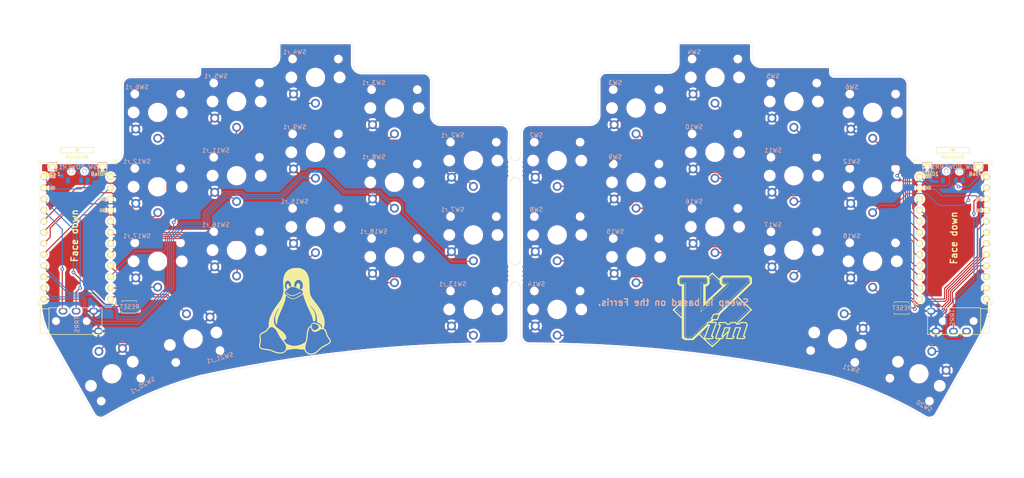
<source format=kicad_pcb>
(kicad_pcb (version 20211014) (generator pcbnew)
  (layers (0 "F.Cu" signal) (31 "B.Cu" signal) (34 "B.Paste" user) (35 "F.Paste" user) (36 "B.SilkS" user "B.Silkscreen") (37 "F.SilkS" user "F.Silkscreen") (38 "B.Mask" user) (39 "F.Mask" user) (44 "Edge.Cuts" user))
  (net 0 "")
  (net 1 "BT+")
  (net 2 "gnd")
  (net 3 "vcc")
  (net 4 "Switch18")
  (net 5 "reset")
  (net 6 "Switch1")
  (net 7 "Switch2")
  (net 8 "Switch3")
  (net 9 "Switch4")
  (net 10 "Switch5")
  (net 11 "Switch6")
  (net 12 "Switch7")
  (net 13 "Switch8")
  (net 14 "Switch9")
  (net 15 "Switch10")
  (net 16 "Switch11")
  (net 17 "Switch12")
  (net 18 "Switch13")
  (net 19 "Switch14")
  (net 20 "Switch15")
  (net 21 "Switch16")
  (net 22 "Switch17")
  (net 23 "Net-(SW_POWER1-Pad1)")
  (net 24 "raw")
  (net 25 "BT+_r")
  (net 26 "Switch18_r")
  (net 27 "reset_r")
  (net 28 "Switch9_r")
  (net 29 "Switch10_r")
  (net 30 "Switch11_r")
  (net 31 "Switch12_r")
  (net 32 "Switch13_r")
  (net 33 "Switch14_r")
  (net 34 "Switch15_r")
  (net 35 "Switch16_r")
  (net 36 "Switch17_r")
  (net 37 "Switch1_r")
  (net 38 "Switch2_r")
  (net 39 "Switch3_r")
  (net 40 "Switch4_r")
  (net 41 "Switch5_r")
  (net 42 "Switch6_r")
  (net 43 "Switch7_r")
  (net 44 "Switch8_r")
  (net 45 "Net-(SW_POWERR1-Pad1)")
  (footprint "kbd:ProMicro_v3_min" (layer "F.Cu") (at 230.178 67.564)
    (fp_text reference "U1" hide)
    (fp_text value "ProMicro-kbd" hide)
  )
  (footprint "Kailh:TRRS-PJ-320A" (layer "F.Cu") (at 236.474 86.052 -90)
    (fp_text reference "J2")
    (fp_text value "AudioJack4dpb" hide)
  )
  (footprint "Kailh:SW_PG1350_nonrev_DPB" (layer "F.Cu") (at 175.856 64.516)
    (fp_text reference "SW16" hide)
    (fp_text value "SW_Push" hide)
  )
  (footprint "Kailh:SW_PG1350_nonrev_DPB" (layer "F.Cu") (at 222.386 98.082 150)
    (fp_text reference "SW20" hide)
    (fp_text value "SW_Push" hide)
  )
  (footprint "Kailh:SW_PG1350_nonrev_DPB" (layer "F.Cu") (at 157.856 71.374)
    (fp_text reference "SW15" hide)
    (fp_text value "SW_Push" hide)
  )
  (footprint "Kailh:SW_PG1350_nonrev_DPB" (layer "F.Cu") (at 203.826 90.082 165)
    (fp_text reference "SW21" hide)
    (fp_text value "SW_Push" hide)
  )
  (footprint "Kailh:SW_PG1350_nonrev_DPB" (layer "F.Cu") (at 193.856 69.85)
    (fp_text reference "SW17" hide)
    (fp_text value "SW_Push" hide)
  )
  (footprint "Kailh:SW_PG1350_nonrev_DPB" (layer "F.Cu") (at 211.836 72.39)
    (fp_text reference "SW18" hide)
    (fp_text value "SW_Push" hide)
  )
  (footprint "Kailh:SW_PG1350_nonrev_DPB" (layer "F.Cu") (at 175.856 30.382)
    (fp_text reference "SW4" hide)
    (fp_text value "SW_Push" hide)
  )
  (footprint "Kailh:SW_PG1350_nonrev_DPB" (layer "F.Cu") (at 157.856 37.382)
    (fp_text reference "SW3" hide)
    (fp_text value "SW_Push" hide)
  )
  (footprint "Kailh:SW_PG1350_nonrev_DPB" (layer "F.Cu") (at 157.856 54.356)
    (fp_text reference "SW9" hide)
    (fp_text value "SW_Push" hide)
  )
  (footprint "Kailh:SW_PG1350_nonrev_DPB" (layer "F.Cu") (at 139.856 83.382)
    (fp_text reference "SW14" hide)
    (fp_text value "SW_Push" hide)
  )
  (footprint "Kailh:SW_PG1350_nonrev_DPB" (layer "F.Cu") (at 211.836 55.372)
    (fp_text reference "SW12" hide)
    (fp_text value "SW_Push" hide)
  )
  (footprint "Kailh:SW_PG1350_nonrev_DPB" (layer "F.Cu") (at 193.856 52.832)
    (fp_text reference "SW11" hide)
    (fp_text value "SW_Push" hide)
  )
  (footprint "Kailh:SW_PG1350_nonrev_DPB" (layer "F.Cu") (at 139.856 66.382)
    (fp_text reference "SW8" hide)
    (fp_text value "SW_Push" hide)
  )
  (footprint "Kailh:SW_PG1350_nonrev_DPB" (layer "F.Cu") (at 211.856 38.382)
    (fp_text reference "SW6" hide)
    (fp_text value "SW_Push" hide)
  )
  (footprint "Kailh:SW_PG1350_nonrev_DPB" (layer "F.Cu") (at 193.856 35.882)
    (fp_text reference "SW5" hide)
    (fp_text value "SW_Push" hide)
  )
  (footprint "Kailh:SW_PG1350_nonrev_DPB" (layer "F.Cu") (at 139.856 49.382)
    (fp_text reference "SW2" hide)
    (fp_text value "SW_Push" hide)
  )
  (footprint "Duckyb-Parts:mouse-bite-5mm-slot-with-space-for-track" (layer "F.Cu") (at 130.302 51.308)
    (fp_text reference "mouse-bite-2mm-slot" hide)
    (fp_text value "VAL**" hide)
  )
  (footprint "Duckyb-Parts:mouse-bite-5mm-slot-with-space-for-track" (layer "F.Cu") (at 130.302 75.184)
    (fp_text reference "mouse-bite-2mm-slot" hide)
    (fp_text value "VAL**" hide)
  )
  (footprint "kbd:SW_SPST_B3U-1000P" (layer "F.Cu") (at 218.44 83.058)
    (fp_text reference "RSW1" hide)
    (fp_text value "SW_Push")
  )
  (footprint "Kailh:SW_PG1350_nonrev_DPB" (layer "F.Cu") (at 175.856 47.498)
    (fp_text reference "SW10" hide)
    (fp_text value "SW_Push" hide)
  )
  (footprint "kbd:1pin_conn" (layer "F.Cu") (at 235.966 50.8)
    (fp_text reference "Bat+r1")
    (fp_text value "MountingHole_Pad" hide)
  )
  (footprint "kbd:1pin_conn" (layer "F.Cu") (at 224.282 50.8)
    (fp_text reference "BatGND1")
    (fp_text value "MountingHole_Pad" hide)
  )
  (footprint "kbd:ProMicro_v3_min" (layer "F.Cu") (at 30.326 67.564)
    (fp_text reference "U2" hide)
    (fp_text value "ProMicro-kbd" hide)
  )
  (footprint "Kailh:TRRS-PJ-320A" (layer "F.Cu") (at 23.876 86.052 90)
    (fp_text reference "J1")
    (fp_text value "AudioJack4dpb" hide)
  )
  (footprint "Kailh:SW_PG1350_nonrev_DPB" (layer "F.Cu") (at 48.686 72.39)
    (fp_text reference "SW17_r1" hide)
    (fp_text value "SW_Push" hide)
  )
  (footprint "Kailh:SW_PG1350_nonrev_DPB" (layer "F.Cu") (at 66.7 52.832)
    (fp_text reference "SW11_r1" hide)
    (fp_text value "SW_Push" hide)
  )
  (footprint "Kailh:SW_PG1350_nonrev_DPB" (layer "F.Cu") (at 84.688 64.516)
    (fp_text reference "SW15_r1" hide)
    (fp_text value "SW_Push" hide)
  )
  (footprint "Kailh:SW_PG1350_nonrev_DPB" (layer "F.Cu") (at 102.714 71.374)
    (fp_text reference "SW18_r1" hide)
    (fp_text value "SW_Push" hide)
  )
  (footprint "Kailh:SW_PG1350_nonrev_DPB" (layer "F.Cu") (at 48.686 38.382)
    (fp_text reference "SW6_r1" hide)
    (fp_text value "SW_Push" hide)
  )
  (footprint "Kailh:SW_PG1350_nonrev_DPB" (layer "F.Cu") (at 66.7 35.882)
    (fp_text reference "SW5_r1" hide)
    (fp_text value "SW_Push" hide)
  )
  (footprint "Kailh:SW_PG1350_nonrev_DPB" (layer "F.Cu") (at 120.732 49.382)
    (fp_text reference "SW2_r1" hide)
    (fp_text value "SW_Push" hide)
  )
  (footprint "Kailh:SW_PG1350_nonrev_DPB" (layer "F.Cu") (at 66.7 69.85)
    (fp_text reference "SW16_r1" hide)
    (fp_text value "SW_Push" hide)
  )
  (footprint "Kailh:SW_PG1350_nonrev_DPB" (layer "F.Cu") (at 84.688 30.382)
    (fp_text reference "SW4_r1" hide)
    (fp_text value "SW_Push" hide)
  )
  (footprint "Kailh:SW_PG1350_nonrev_DPB" (layer "F.Cu") (at 120.732 83.382)
    (fp_text reference "SW13_r1" hide)
    (fp_text value "SW_Push" hide)
  )
  (footprint "Kailh:SW_PG1350_nonrev_DPB" (layer "F.Cu") (at 48.686 55.372)
    (fp_text reference "SW12_r1" hide)
    (fp_text value "SW_Push" hide)
  )
  (footprint "Kailh:SW_PG1350_nonrev_DPB" (layer "F.Cu") (at 102.714 37.382)
    (fp_text reference "SW3_r1" hide)
    (fp_text value "SW_Push" hide)
  )
  (footprint "Kailh:SW_PG1350_nonrev_DPB" (layer "F.Cu") (at 102.714 54.356)
    (fp_text reference "SW8_r1" hide)
    (fp_text value "SW_Push" hide)
  )
  (footprint "Kailh:SW_PG1350_nonrev_DPB" (layer "F.Cu") (at 56.778 90.082 -165)
    (fp_text reference "SW21_r1" hide)
    (fp_text value "SW_Push" hide)
  )
  (footprint "Kailh:SW_PG1350_nonrev_DPB" (layer "F.Cu") (at 84.688 47.498)
    (fp_text reference "SW9_r1" hide)
    (fp_text value "SW_Push" hide)
  )
  (footprint "Kailh:SW_PG1350_nonrev_DPB" (layer "F.Cu") (at 38.218 98.082 -150)
    (fp_text reference "SW20_r1" hide)
    (fp_text value "SW_Push" hide)
  )
  (footprint "Kailh:SW_PG1350_nonrev_DPB" (layer "F.Cu") (at 120.732 66.382)
    (fp_text reference "SW7_r1" hide)
    (fp_text value "SW_Push" hide)
  )
  (footprint "kbd:1pin_conn" (layer "F.Cu") (at 36.068 50.8)
    (fp_text reference "BatGND4")
    (fp_text value "MountingHole_Pad" hide)
  )
  (footprint "kbd:1pin_conn" (layer "F.Cu") (at 24.638 50.8)
    (fp_text reference "Bat+1")
    (fp_text value "MountingHole_Pad" hide)
  )
  (footprint "kbd:SW_SPST_B3U-1000P" (layer "F.Cu") (at 42.164 82.804)
    (fp_text reference "RSW2" hide)
    (fp_text value "SW_Push")
  )
  (footprint "kicad footprints:nice_penguin" (layer "F.Cu") (at 80.01 83.82)
    (fp_text reference "")
    (fp_text value "" hide)
  )
  (footprint "kicad footprints:vim_lol" (layer "F.Cu") (at 175.26 83.82)
    (fp_text reference "")
    (fp_text value "" hide)
  )
  (footprint "Kailh:SPDT_C128955" (layer "B.Cu") (at 230.124 51.816 180)
    (fp_text reference "SW_POWERR1")
    (fp_text value "SW_SPDT")
  )
  (footprint "Kailh:SPDT_C128955" (layer "B.Cu") (at 30.48 51.816 180)
    (fp_text reference "SW_POWER1")
    (fp_text value "SW_SPDT")
  )
  (gr_line (start 219.998001 47.763999) (end 220.02609 32.007001) (layer "Edge.Cuts") (width 0.05))
  (gr_arc (start 226.446 107.451265) (mid 225.204995 108.32098) (end 223.714 108.05) (layer "Edge.Cuts") (width 0.05))
  (gr_arc (start 222.033002 49.694917) (mid 220.620534 49.145716) (end 219.998001 47.763999) (layer "Edge.Cuts") (width 0.05))
  (gr_arc (start 237.938 49.692) (mid 238.46833 49.91167) (end 238.688 50.442) (layer "Edge.Cuts") (width 0.05))
  (gr_arc (start 133.544 91.383119) (mid 132.156573 90.874102) (end 131.506254 89.547024) (layer "Edge.Cuts") (width 0.05))
  (gr_arc (start 202.185134 98.863946) (mid 213.262488 102.723597) (end 223.714 108.05) (layer "Edge.Cuts") (width 0.05))
  (gr_line (start 222.033002 49.694917) (end 237.938 49.692) (layer "Edge.Cuts") (width 0.05))
  (gr_arc (start 133.544 91.383119) (mid 168.064442 93.289554) (end 202.185134 98.863946) (layer "Edge.Cuts") (width 0.05))
  (gr_line (start 238.688 58.42) (end 238.688 66.548) (layer "Edge.Cuts") (width 0.05))
  (gr_line (start 236.953304 88.85815) (end 226.446 107.451265) (layer "Edge.Cuts") (width 0.05))
  (gr_arc (start 238.7 81.534) (mid 238.242913 85.295347) (end 236.953304 88.85815) (layer "Edge.Cuts") (width 0.05))
  (gr_line (start 238.688 50.442) (end 238.688 58.42) (layer "Edge.Cuts") (width 0.05))
  (gr_line (start 131.584468 42.951) (end 131.572 48.768) (layer "Edge.Cuts") (width 0.05))
  (gr_line (start 129.3495 48.768) (end 128.96 48.768) (layer "Edge.Cuts") (width 0.05))
  (gr_line (start 238.688 66.548) (end 238.688 75.438) (layer "Edge.Cuts") (width 0.05))
  (gr_line (start 238.688 75.438) (end 238.7 81.534) (layer "Edge.Cuts") (width 0.05))
  (gr_line (start 129.3495 72.644) (end 128.96 72.644) (layer "Edge.Cuts") (width 0.05))
  (gr_line (start 129.3495 53.848) (end 128.96 53.848) (layer "Edge.Cuts") (width 0.05))
  (gr_line (start 129.3495 77.724) (end 128.96 77.724) (layer "Edge.Cuts") (width 0.05))
  (gr_line (start 131.572 53.848) (end 131.572 72.644) (layer "Edge.Cuts") (width 0.05))
  (gr_line (start 21.792 50.442) (end 21.792 58.42) (layer "Edge.Cuts") (width 0.05))
  (gr_line (start 128.96 77.724) (end 128.975507 89.545022) (layer "Edge.Cuts") (width 0.05))
  (gr_arc (start 128.975507 89.545022) (mid 128.324689 90.873432) (end 126.936 91.383119) (layer "Edge.Cuts") (width 0.05))
  (gr_line (start 21.792 66.548) (end 21.792 73.914) (layer "Edge.Cuts") (width 0.05))
  (gr_line (start 23.526696 88.85815) (end 34.034 107.451265) (layer "Edge.Cuts") (width 0.05))
  (gr_arc (start 40.481999 47.763999) (mid 39.859467 49.145716) (end 38.446998 49.694917) (layer "Edge.Cuts") (width 0.05))
  (gr_arc (start 58.294866 98.863946) (mid 92.415558 93.289555) (end 126.936 91.383119) (layer "Edge.Cuts") (width 0.05))
  (gr_arc (start 23.526696 88.85815) (mid 22.237087 85.295347) (end 21.78 81.534) (layer "Edge.Cuts") (width 0.05))
  (gr_arc (start 21.792 50.442) (mid 22.01167 49.91167) (end 22.542 49.692) (layer "Edge.Cuts") (width 0.05))
  (gr_line (start 38.446998 49.694917) (end 22.542 49.692) (layer "Edge.Cuts") (width 0.05))
  (gr_line (start 21.792 58.42) (end 21.792 66.548) (layer "Edge.Cuts") (width 0.05))
  (gr_arc (start 36.766 108.05) (mid 35.275005 108.32098) (end 34.034 107.451265) (layer "Edge.Cuts") (width 0.05))
  (gr_arc (start 36.766 108.05) (mid 47.217512 102.723597) (end 58.294866 98.863946) (layer "Edge.Cuts") (width 0.05))
  (gr_line (start 21.792 73.914) (end 21.78 81.534) (layer "Edge.Cuts") (width 0.05))
  (gr_line (start 128.96 53.848) (end 128.96 72.644) (layer "Edge.Cuts") (width 0.05))
  (gr_line (start 129.057918 43.056001) (end 128.96 48.768) (layer "Edge.Cuts") (width 0.05))
  (gr_arc (start 76.2 25.825119) (mid 75.577468 27.206836) (end 74.164999 27.756037) (layer "Edge.Cuts") (width 0.05))
  (gr_line (start 202.37309 28.448) (end 202.37309 29.321478) (layer "Edge.Cuts") (width 0.05))
  (gr_line (start 93.249045 27.162531) (end 93.249045 22.987) (layer "Edge.Cuts") (width 0.05))
  (gr_line (start 74.164999 27.756037) (end 58.804045 27.756037) (layer "Edge.Cuts") (width 0.05))
  (gr_line (start 131.572 48.768) (end 131.2545 48.768) (layer "Edge.Cuts") (width 0.05))
  (gr_arc (start 201.707045 27.781955) (mid 202.17801 27.977035) (end 202.37309 28.448) (layer "Edge.Cuts") (width 0.05))
  (gr_line (start 92.583 22.320955) (end 76.866045 22.320955) (layer "Edge.Cuts") (width 0.05))
  (gr_arc (start 40.481999 32.004) (mid 41.104531 30.622282) (end 42.517 30.073082) (layer "Edge.Cuts") (width 0.05))
  (gr_arc (start 76.2 22.987) (mid 76.39508 22.516035) (end 76.866045 22.320955) (layer "Edge.Cuts") (width 0.05))
  (gr_arc (start 149.256045 31.021814) (mid 149.831991 29.591) (end 151.291046 29.090896) (layer "Edge.Cuts") (width 0.05))
  (gr_arc (start 95.179963 29.197532) (mid 93.798245 28.575) (end 93.249045 27.162531) (layer "Edge.Cuts") (width 0.05))
  (gr_arc (start 149.256045 39.090082) (mid 148.633513 40.471799) (end 147.221044 41.021) (layer "Edge.Cuts") (width 0.05))
  (gr_line (start 127.127 41.021) (end 113.213963 41.024001) (layer "Edge.Cuts") (width 0.05))
  (gr_arc (start 92.583 22.320955) (mid 93.053965 22.516035) (end 93.249045 22.987) (layer "Edge.Cuts") (width 0.05))
  (gr_arc (start 131.254499 72.644) (mid 130.302 73.288873) (end 129.349501 72.643999) (layer "Edge.Cuts") (width 0.05))
  (gr_line (start 131.572 53.848) (end 131.2545 53.848) (layer "Edge.Cuts") (width 0.05))
  (gr_line (start 109.347 29.194531) (end 95.179963 29.197532) (layer "Edge.Cuts") (width 0.05))
  (gr_arc (start 58.138 29.407037) (mid 57.94292 29.878002) (end 57.471955 30.073082) (layer "Edge.Cuts") (width 0.05))
  (gr_line (start 165.286089 29.083) (end 151.291046 29.090896) (layer "Edge.Cuts") (width 0.05))
  (gr_line (start 218.095172 29.972) (end 203.039135 29.987523) (layer "Edge.Cuts") (width 0.05))
  (gr_line (start 131.506254 89.547024) (end 131.5085 77.724) (layer "Edge.Cuts") (width 0.05))
  (gr_line (start 58.138 28.422082) (end 58.138 29.407037) (layer "Edge.Cuts") (width 0.05))
  (gr_arc (start 129.349501 77.724) (mid 130.302 77.079127) (end 131.254499 77.724001) (layer "Edge.Cuts") (width 0.05))
  (gr_arc (start 218.095172 29.972) (mid 219.476889 30.594532) (end 220.02609 32.007001) (layer "Edge.Cuts") (width 0.05))
  (gr_arc (start 186.270008 27.781955) (mid 184.88829 27.159423) (end 184.33909 25.746954) (layer "Edge.Cuts") (width 0.05))
  (gr_line (start 57.471955 30.073082) (end 42.517 30.073082) (layer "Edge.Cuts") (width 0.05))
  (gr_arc (start 167.32109 27.152082) (mid 166.698558 28.533799) (end 165.286089 29.083) (layer "Edge.Cuts") (width 0.05))
  (gr_line (start 40.481999 32.004) (end 40.481999 47.763999) (layer "Edge.Cuts") (width 0.05))
  (gr_arc (start 183.673045 22.320955) (mid 184.14401 22.516035) (end 184.33909 22.987) (layer "Edge.Cuts") (width 0.05))
  (gr_arc (start 109.347 29.194531) (mid 110.728717 29.817063) (end 111.277918 31.229532) (layer "Edge.Cuts") (width 0.05))
  (gr_arc (start 113.213963 41.024001) (mid 111.832245 40.401469) (end 111.283045 38.989) (layer "Edge.Cuts") (width 0.05))
  (gr_arc (start 167.32109 22.987) (mid 167.51617 22.516035) (end 167.987135 22.320955) (layer "Edge.Cuts") (width 0.05))
  (gr_arc (start 127.127 41.021) (mid 128.508717 41.643532) (end 129.057918 43.056001) (layer "Edge.Cuts") (width 0.05))
  (gr_line (start 201.707045 27.781955) (end 186.270008 27.781955) (layer "Edge.Cuts") (width 0.05))
  (gr_line (start 167.32109 27.152082) (end 167.32109 22.987) (layer "Edge.Cuts") (width 0.05))
  (gr_line (start 183.673045 22.320955) (end 167.987135 22.320955) (layer "Edge.Cuts") (width 0.05))
  (gr_line (start 131.572 72.644) (end 131.2545 72.644) (layer "Edge.Cuts") (width 0.05))
  (gr_line (start 149.256045 39.090082) (end 149.256045 31.021814) (layer "Edge.Cuts") (width 0.05))
  (gr_line (start 184.33909 22.987) (end 184.33909 25.746954) (layer "Edge.Cuts") (width 0.05))
  (gr_line (start 147.221044 41.021) (end 133.619469 41.020082) (layer "Edge.Cuts") (width 0.05))
  (gr_arc (start 131.254499 48.768) (mid 130.302 49.412873) (end 129.349501 48.767999) (layer "Edge.Cuts") (width 0.05))
  (gr_line (start 131.5085 77.724) (end 131.2545 77.724) (layer "Edge.Cuts") (width 0.05))
  (gr_arc (start 129.349501 53.848) (mid 130.302 53.203127) (end 131.254499 53.848001) (layer "Edge.Cuts") (width 0.05))
  (gr_line (start 76.2 22.987) (end 76.2 25.825119) (layer "Edge.Cuts") (width 0.05))
  (gr_arc (start 131.584468 42.951) (mid 132.207 41.569282) (end 133.619469 41.020082) (layer "Edge.Cuts") (width 0.05))
  (gr_line (start 111.283045 38.989) (end 111.277918 31.229532) (layer "Edge.Cuts") (width 0.05))
  (gr_arc (start 203.039135 29.987523) (mid 202.56817 29.792443) (end 202.37309 29.321478) (layer "Edge.Cuts") (width 0.05))
  (gr_arc (start 58.138 28.422082) (mid 58.33308 27.951117) (end 58.804045 27.756037) (layer "Edge.Cuts") (width 0.05))
  (gr_text "Sweep is based on the Ferris." (at 166.37 81.788) (layer "B.SilkS") (effects (font (size 1.5 1.5) (thickness 0.3)) (justify mirror)))
  (gr_text "Face down" (at 230.378 67.056 90) (layer "F.SilkS") (effects (font (size 1.5 1.5) (thickness 0.3))))
  (gr_text "Face down" (at 29.718 66.548 90) (layer "F.SilkS") (effects (font (size 1.5 1.5) (thickness 0.3))))
  (segment (start 25.360999 51.522999) (end 28.051999 51.522999) (width 0.25) (layer "B.Cu") (net 1))
  (segment (start 24.638 50.8) (end 25.360999 51.522999) (width 0.25) (layer "B.Cu") (net 1))
  (segment (start 29.046501 50.890501) (end 29.373499 50.890501) (width 0.25) (layer "B.Cu") (net 1))
  (segment (start 28.738499 50.836499) (end 28.992499 50.836499) (width 0.25) (layer "B.Cu") (net 1))
  (segment (start 31.23 52.747002) (end 31.23 53.891) (width 0.25) (layer "B.Cu") (net 1))
  (segment (start 28.051999 51.522999) (end 28.738499 50.836499) (width 0.25) (layer "B.Cu") (net 1))
  (segment (start 29.373499 50.890501) (end 31.23 52.747002) (width 0.25) (layer "B.Cu") (net 1))
  (segment (start 28.992499 50.836499) (end 29.046501 50.890501) (width 0.25) (layer "B.Cu") (net 1))
  (segment (start 224.8576 85.65317) (end 225.174 85.33677) (width 0.25) (layer "F.Cu") (net 2))
  (segment (start 225.174 85.33677) (end 225.174 83.552) (width 0.25) (layer "F.Cu") (net 2))
  (segment (start 216.74 83.058) (end 216.74 84.758) (width 0.25) (layer "F.Cu") (net 2))
  (segment (start 216.74 85.54477) (end 216.8484 85.65317) (width 0.25) (layer "F.Cu") (net 2))
  (segment (start 216.8484 85.65317) (end 224.8576 85.65317) (width 0.25) (layer "F.Cu") (net 2))
  (segment (start 225.204 83.522) (end 225.174 83.552) (width 0.25) (layer "F.Cu") (net 2))
  (segment (start 216.74 84.758) (end 216.74 85.54477) (width 0.25) (layer "F.Cu") (net 2))
  (segment (start 40.40601 82.74601) (end 40.464 82.804) (width 0.25) (layer "F.Cu") (net 2))
  (segment (start 34.076 83.552) (end 37.80201 83.552) (width 0.25) (layer "F.Cu") (net 2))
  (segment (start 37.80201 83.552) (end 38.608 82.74601) (width 0.25) (layer "F.Cu") (net 2))
  (segment (start 38.608 82.74601) (end 40.40601 82.74601) (width 0.25) (layer "F.Cu") (net 2))
  (segment (start 213.159159 42.182) (end 206.856 42.182) (width 0.25) (layer "B.Cu") (net 2))
  (segment (start 221.777159 50.8) (end 213.159159 42.182) (width 0.25) (layer "B.Cu") (net 2))
  (segment (start 226.254 88.332) (end 226.274 88.352) (width 0.25) (layer "B.Cu") (net 2))
  (segment (start 226.244 88.322) (end 226.274 88.352) (width 0.25) (layer "B.Cu") (net 2))
  (segment (start 224.282 50.8) (end 221.777159 50.8) (width 0.25) (layer "B.Cu") (net 2))
  (segment (start 26.924 83.4) (end 27.076 83.552) (width 0.25) (layer "F.Cu") (net 3))
  (segment (start 26.924 74.168) (end 26.924 83.4) (width 0.25) (layer "F.Cu") (net 3))
  (via (at 26.924 74.168) (size 0.8) (drill 0.4) (layers "F.Cu" "B.Cu") (net 3))
  (segment (start 228.6 83.82) (end 228.6 89.154) (width 0.25) (layer "B.Cu") (net 3))
  (segment (start 233.254 88.332) (end 233.274 88.352) (width 0.25) (layer "B.Cu") (net 3))
  (segment (start 224.282 79.502) (end 224.282 62.2186) (width 0.25) (layer "B.Cu") (net 3))
  (segment (start 228.6 83.82) (end 224.282 79.502) (width 0.25) (layer "B.Cu") (net 3))
  (segment (start 224.282 62.2186) (end 222.7694 60.706) (width 0.25) (layer "B.Cu") (net 3))
  (segment (start 229.108 89.662) (end 231.764 89.662) (width 0.25) (layer "B.Cu") (net 3))
  (segment (start 228.6 89.154) (end 229.108 89.662) (width 0.25) (layer "B.Cu") (net 3))
  (segment (start 233.274 88.152) (end 232.341 89.085) (width 0.25) (layer "B.Cu") (net 3))
  (segment (start 231.764 89.662) (end 232.341 89.085) (width 0.25) (layer "B.Cu") (net 3))
  (segment (start 26.924 74.168) (end 26.924 74.422) (width 0.25) (layer "B.Cu") (net 3))
  (segment (start 26.924 65.1126) (end 26.924 74.168) (width 0.25) (layer "B.Cu") (net 3))
  (segment (start 22.5174 60.706) (end 26.924 65.1126) (width 0.25) (layer "B.Cu") (net 3))
  (segment (start 237.9894 55.626) (end 234.95 58.6654) (width 0.25) (layer "F.Cu") (net 4))
  (segment (start 234.95 58.6654) (end 234.95 61.468) (width 0.25) (layer "F.Cu") (net 4))
  (via (at 234.95 61.468) (size 0.8) (drill 0.4) (layers "F.Cu" "B.Cu") (net 4))
  (segment (start 230.274 81.13) (end 234.95 76.454) (width 0.25) (layer "B.Cu") (net 4))
  (segment (start 230.274 88.152) (end 230.274 81.13) (width 0.25) (layer "B.Cu") (net 4))
  (segment (start 234.95 61.468) (end 234.95 61.468) (width 0.25) (layer "B.Cu") (net 4))
  (segment (start 234.95 76.454) (end 234.95 61.468) (width 0.25) (layer "B.Cu") (net 4))
  (segment (start 220.14 83.058) (end 221.234 83.058) (width 0.25) (layer "F.Cu") (net 5))
  (segment (start 221.234 83.058) (end 221.488 83.312) (width 0.25) (layer "F.Cu") (net 5))
  (via (at 221.488 83.312) (size 0.8) (drill 0.4) (layers "F.Cu" "B.Cu") (net 5))
  (segment (start 221.488 82.55) (end 221.234 82.296) (width 0.25) (layer "B.Cu") (net 5))
  (segment (start 221.488 83.312) (end 221.488 82.55) (width 0.25) (layer "B.Cu") (net 5))
  (segment (start 221.234 59.7014) (end 221.234 82.296) (width 0.25) (layer "B.Cu") (net 5))
  (segment (start 222.7694 58.166) (end 221.234 59.7014) (width 0.25) (layer "B.Cu") (net 5))
  (segment (start 164.03999 43.73201) (end 167.057719 43.732009) (width 0.25) (layer "F.Cu") (net 6))
  (segment (start 188.6032 46.36602) (end 196.53079 46.36602) (width 0.25) (layer "F.Cu") (net 6))
  (segment (start 205.486 50.8) (end 205.994 50.292) (width 0.25) (layer "F.Cu") (net 6))
  (segment (start 139.856 55.282) (end 146.295954 55.282) (width 0.25) (layer "F.Cu") (net 6))
  (segment (start 218.41796 51.83804) (end 217.424 52.832) (width 0.25) (layer "F.Cu") (net 6))
  (segment (start 146.295954 55.282) (end 156.954953 44.623001) (width 0.25) (layer "F.Cu") (net 6))
  (segment (start 205.994 50.292) (end 217.678 50.292) (width 0.25) (layer "F.Cu") (net 6))
  (segment (start 169.641728 41.148) (end 183.38518 41.148) (width 0.25) (layer "F.Cu") (net 6))
  (segment (start 202.946 50.8) (end 205.486 50.8) (width 0.25) (layer "F.Cu") (net 6))
  (segment (start 197.85878 47.69401) (end 199.84001 47.69401) (width 0.25) (layer "F.Cu") (net 6))
  (segment (start 237.675495 76.259905) (end 237.9894 75.946) (width 0.25) (layer "F.Cu") (net 6))
  (segment (start 217.678 50.292) (end 218.41796 51.03196) (width 0.25) (layer "F.Cu") (net 6))
  (segment (start 196.53079 46.36602) (end 197.85878 47.69401) (width 0.25) (layer "F.Cu") (net 6))
  (segment (start 156.954953 44.623001) (end 163.148999 44.623001) (width 0.25) (layer "F.Cu") (net 6))
  (segment (start 218.41796 51.03196) (end 218.41796 51.83804) (width 0.25) (layer "F.Cu") (net 6))
  (segment (start 199.84001 47.69401) (end 202.946 50.8) (width 0.25) (layer "F.Cu") (net 6))
  (segment (start 183.38518 41.148) (end 188.6032 46.36602) (width 0.25) (layer "F.Cu") (net 6))
  (segment (start 217.424 52.832) (end 217.424 52.832) (width 0.25) (layer "F.Cu") (net 6))
  (segment (start 163.148999 44.623001) (end 164.03999 43.73201) (width 0.25) (layer "F.Cu") (net 6))
  (segment (start 167.057719 43.732009) (end 169.641728 41.148) (width 0.25) (layer "F.Cu") (net 6))
  (via (at 217.424 52.832) (size 0.8) (drill 0.4) (layers "F.Cu" "B.Cu") (net 6))
  (segment (start 237.9894 75.946) (end 236.4697 74.4263) (width 0.25) (layer "B.Cu") (net 6))
  (segment (start 236.4697 58.4243) (end 235.4451 57.3997) (width 0.25) (layer "B.Cu") (net 6))
  (segment (start 236.4697 74.4263) (end 236.4697 58.4243) (width 0.25) (layer "B.Cu") (net 6))
  (segment (start 224.711081 55.958919) (end 222.925163 54.173001) (width 0.25) (layer "B.Cu") (net 6))
  (segment (start 218.765001 54.173001) (end 217.424 52.832) (width 0.25) (layer "B.Cu") (net 6))
  (segment (start 235.4451 57.3997) (end 227.5797 57.3997) (width 0.25) (layer "B.Cu") (net 6))
  (segment (start 227.5797 57.3997) (end 226.138919 55.958919) (width 0.25) (layer "B.Cu") (net 6))
  (segment (start 226.138919 55.958919) (end 224.711081 55.958919) (width 0.25) (layer "B.Cu") (net 6))
  (segment (start 222.925163 54.173001) (end 218.765001 54.173001) (width 0.25) (layer "B.Cu") (net 6))
  (segment (start 203.07441 50.292) (end 205.35759 50.292) (width 0.25) (layer "F.Cu") (net 7))
  (segment (start 205.933189 49.716401) (end 218.243991 49.716401) (width 0.25) (layer "F.Cu") (net 7))
  (segment (start 218.86797 50.34038) (end 218.86797 65.70597) (width 0.25) (layer "F.Cu") (net 7))
  (segment (start 200.026411 47.244001) (end 203.07441 50.292) (width 0.25) (layer "F.Cu") (net 7))
  (segment (start 159.234991 44.172991) (end 162.962599 44.172991) (width 0.25) (layer "F.Cu") (net 7))
  (segment (start 163.853591 43.282001) (end 166.871317 43.282001) (width 0.25) (layer "F.Cu") (net 7))
  (segment (start 157.856 43.282) (end 158.344 43.282) (width 0.25) (layer "F.Cu") (net 7))
  (segment (start 169.513318 40.64) (end 183.51359 40.64) (width 0.25) (layer "F.Cu") (net 7))
  (segment (start 205.35759 50.292) (end 205.933189 49.716401) (width 0.25) (layer "F.Cu") (net 7))
  (segment (start 166.871317 43.282001) (end 169.513318 40.64) (width 0.25) (layer "F.Cu") (net 7))
  (segment (start 162.962599 44.172991) (end 163.853591 43.282001) (width 0.25) (layer "F.Cu") (net 7))
  (segment (start 158.344 43.282) (end 159.234991 44.172991) (width 0.25) (layer "F.Cu") (net 7))
  (segment (start 218.243991 49.716401) (end 218.86797 50.34038) (width 0.25) (layer "F.Cu") (net 7))
  (segment (start 221.234 70.358) (end 221.742 70.866) (width 0.25) (layer "F.Cu") (net 7))
  (segment (start 218.86797 65.70597) (end 221.234 68.072) (width 0.25) (layer "F.Cu") (net 7))
  (segment (start 221.234 68.072) (end 221.234 70.358) (width 0.25) (layer "F.Cu") (net 7))
  (segment (start 221.742 70.866) (end 222.5694 70.866) (width 0.25) (layer "F.Cu") (net 7))
  (segment (start 198.55318 47.244) (end 200.026411 47.244001) (width 0.25) (layer "F.Cu") (net 7))
  (segment (start 198.46359 47.15441) (end 198.55318 47.244) (width 0.25) (layer "F.Cu") (net 7))
  (segment (start 196.71719 45.91601) (end 197.95559 47.15441) (width 0.25) (layer "F.Cu") (net 7))
  (segment (start 183.51359 40.64) (end 188.7896 45.91601) (width 0.25) (layer "F.Cu") (net 7))
  (segment (start 188.7896 45.91601) (end 196.71719 45.91601) (width 0.25) (layer "F.Cu") (net 7))
  (segment (start 197.95559 47.15441) (end 198.46359 47.15441) (width 0.25) (layer "F.Cu") (net 7))
  (segment (start 219.31798 64.87458) (end 222.7694 68.326) (width 0.25) (layer "F.Cu") (net 8))
  (segment (start 188.976 45.466) (end 196.90359 45.466) (width 0.25) (layer "F.Cu") (net 8))
  (segment (start 179.76399 40.18999) (end 183.69999 40.18999) (width 0.25) (layer "F.Cu") (net 8))
  (segment (start 198.1156 46.67801) (end 200.20999 46.67801) (width 0.25) (layer "F.Cu") (net 8))
  (segment (start 218.430392 49.266392) (end 219.31798 50.15398) (width 0.25) (layer "F.Cu") (net 8))
  (segment (start 183.69999 40.18999) (end 188.976 45.466) (width 0.25) (layer "F.Cu") (net 8))
  (segment (start 205.17119 49.84199) (end 205.746788 49.266392) (width 0.25) (layer "F.Cu") (net 8))
  (segment (start 219.31798 50.15398) (end 219.31798 64.87458) (width 0.25) (layer "F.Cu") (net 8))
  (segment (start 196.90359 45.466) (end 198.1156 46.67801) (width 0.25) (layer "F.Cu") (net 8))
  (segment (start 175.856 36.282) (end 179.76399 40.18999) (width 0.25) (layer "F.Cu") (net 8))
  (segment (start 205.746788 49.266392) (end 218.430392 49.266392) (width 0.25) (layer "F.Cu") (net 8))
  (segment (start 203.26081 49.84199) (end 205.17119 49.84199) (width 0.25) (layer "F.Cu") (net 8))
  (segment (start 200.20999 46.67801) (end 200.20999 46.79117) (width 0.25) (layer "F.Cu") (net 8))
  (segment (start 200.20999 46.79117) (end 203.26081 49.84199) (width 0.25) (layer "F.Cu") (net 8))
  (segment (start 193.856 41.782) (end 198.302 46.228) (width 0.25) (layer "F.Cu") (net 9))
  (segment (start 219.76799 49.84199) (end 219.76799 62.78459) (width 0.25) (layer "F.Cu") (net 9))
  (segment (start 203.44721 49.39198) (end 204.98479 49.39198) (width 0.25) (layer "F.Cu") (net 9))
  (segment (start 205.560388 48.816382) (end 218.742382 48.816382) (width 0.25) (layer "F.Cu") (net 9))
  (segment (start 218.742382 48.816382) (end 219.76799 49.84199) (width 0.25) (layer "F.Cu") (net 9))
  (segment (start 200.66 46.49161) (end 200.66 46.60477) (width 0.25) (layer "F.Cu") (net 9))
  (segment (start 200.396391 46.228001) (end 200.66 46.49161) (width 0.25) (layer "F.Cu") (net 9))
  (segment (start 204.98479 49.39198) (end 205.560388 48.816382) (width 0.25) (layer "F.Cu") (net 9))
  (segment (start 219.76799 62.78459) (end 222.7694 65.786) (width 0.25) (layer "F.Cu") (net 9))
  (segment (start 198.302 46.228) (end 200.396391 46.228001) (width 0.25) (layer "F.Cu") (net 9))
  (segment (start 200.66 46.60477) (end 203.44721 49.39198) (width 0.25) (layer "F.Cu") (net 9))
  (segment (start 220.218 49.276) (end 220.218 60.6946) (width 0.25) (layer "F.Cu") (net 10))
  (segment (start 211.856 44.282) (end 215.940372 48.366372) (width 0.25) (layer "F.Cu") (net 10))
  (segment (start 215.940372 48.366372) (end 219.308372 48.366372) (width 0.25) (layer "F.Cu") (net 10))
  (segment (start 220.218 60.6946) (end 222.7694 63.246) (width 0.25) (layer "F.Cu") (net 10))
  (segment (start 219.308372 48.366372) (end 220.218 49.276) (width 0.25) (layer "F.Cu") (net 10))
  (segment (start 190.290508 58.98599) (end 192.78552 56.49098) (width 0.25) (layer "F.Cu") (net 11))
  (segment (start 160.13599 59.80599) (end 166.738918 59.80599) (width 0.25) (layer "F.Cu") (net 11))
  (segment (start 157.339659 58.787659) (end 159.117659 58.787659) (width 0.25) (layer "F.Cu") (net 11))
  (segment (start 139.856 72.282) (end 143.845318 72.282) (width 0.25) (layer "F.Cu") (net 11))
  (segment (start 143.845318 72.282) (end 157.339659 58.787659) (width 0.25) (layer "F.Cu") (net 11))
  (segment (start 180.097546 55.106454) (end 180.097546 56.399546) (width 0.25) (layer "F.Cu") (net 11))
  (segment (start 197.209801 56.490981) (end 205.858801 65.139981) (width 0.25) (layer "F.Cu") (net 11))
  (segment (start 176.598082 51.60699) (end 180.097546 55.106454) (width 0.25) (layer "F.Cu") (net 11))
  (segment (start 217.665571 65.139981) (end 220.534795 68.009205) (width 0.25) (layer "F.Cu") (net 11))
  (segment (start 182.68399 58.98599) (end 190.290508 58.98599) (width 0.25) (layer "F.Cu") (net 11))
  (segment (start 220.534795 68.009205) (end 220.61002 68.08443) (width 0.25) (layer "F.Cu") (net 11))
  (segment (start 220.61002 68.08443) (end 220.61002 72.52802) (width 0.25) (layer "F.Cu") (net 11))
  (segment (start 159.117659 58.787659) (end 160.13599 59.80599) (width 0.25) (layer "F.Cu") (net 11))
  (segment (start 174.937919 51.606989) (end 176.598082 51.60699) (width 0.25) (layer "F.Cu") (net 11))
  (segment (start 166.738918 59.80599) (end 174.937919 51.606989) (width 0.25) (layer "F.Cu") (net 11))
  (segment (start 205.858801 65.139981) (end 217.665571 65.139981) (width 0.25) (layer "F.Cu") (net 11))
  (segment (start 220.61002 72.52802) (end 221.488 73.406) (width 0.25) (layer "F.Cu") (net 11))
  (segment (start 221.488 73.406) (end 222.5694 73.406) (width 0.25) (layer "F.Cu") (net 11))
  (segment (start 192.78552 56.49098) (end 197.209801 56.490981) (width 0.25) (layer "F.Cu") (net 11))
  (segment (start 180.097546 56.399546) (end 182.68399 58.98599) (width 0.25) (layer "F.Cu") (net 11))
  (segment (start 205.6724 65.58999) (end 217.479171 65.589991) (width 0.25) (layer "F.Cu") (net 12))
  (segment (start 219.96259 68.07341) (end 220.16001 68.27083) (width 0.25) (layer "F.Cu") (net 12))
  (segment (start 220.16001 68.27083) (end 220.16001 73.53661) (width 0.25) (layer "F.Cu") (net 12))
  (segment (start 217.479171 65.589991) (end 219.96259 68.07341) (width 0.25) (layer "F.Cu") (net 12))
  (segment (start 220.16001 73.53661) (end 222.5694 75.946) (width 0.25) (layer "F.Cu") (net 12))
  (segment (start 179.578 55.223318) (end 179.578 56.57159) (width 0.25) (layer "F.Cu") (net 12))
  (segment (start 197.0234 56.94099) (end 205.6724 65.58999) (width 0.25) (layer "F.Cu") (net 12))
  (segment (start 166.925318 60.256) (end 175.124319 52.056999) (width 0.25) (layer "F.Cu") (net 12))
  (segment (start 192.971919 56.940989) (end 197.0234 56.94099) (width 0.25) (layer "F.Cu") (net 12))
  (segment (start 175.124319 52.056999) (end 176.411681 52.056999) (width 0.25) (layer "F.Cu") (net 12))
  (segment (start 190.476908 59.436) (end 192.971919 56.940989) (width 0.25) (layer "F.Cu") (net 12))
  (segment (start 157.856 60.256) (end 166.925318 60.256) (width 0.25) (layer "F.Cu") (net 12))
  (segment (start 182.44241 59.436) (end 190.476908 59.436) (width 0.25) (layer "F.Cu") (net 12))
  (segment (start 179.578 56.57159) (end 182.44241 59.436) (width 0.25) (layer "F.Cu") (net 12))
  (segment (start 176.411681 52.056999) (end 179.578 55.223318) (width 0.25) (layer "F.Cu") (net 12))
  (segment (start 177.116272 53.398) (end 179.12799 55.409718) (width 0.25) (layer "F.Cu") (net 13))
  (segment (start 219.71 75.6266) (end 222.5694 78.486) (width 0.25) (layer "F.Cu") (net 13))
  (segment (start 182.443001 60.073001) (end 190.476317 60.073001) (width 0.25) (layer "F.Cu") (net 13))
  (segment (start 179.12799 56.75799) (end 182.443001 60.073001) (width 0.25) (layer "F.Cu") (net 13))
  (segment (start 193.158319 57.390999) (end 196.836999 57.390999) (width 0.25) (layer "F.Cu") (net 13))
  (segment (start 175.768 53.398) (end 177.116272 53.398) (width 0.25) (layer "F.Cu") (net 13))
  (segment (start 219.644385 68.391615) (end 219.644385 68.639975) (width 0.25) (layer "F.Cu") (net 13))
  (segment (start 190.476317 60.073001) (end 193.158319 57.390999) (width 0.25) (layer "F.Cu") (net 13))
  (segment (start 196.836999 57.390999) (end 205.486 66.04) (width 0.25) (layer "F.Cu") (net 13))
  (segment (start 219.644385 68.639975) (end 219.71 68.70559) (width 0.25) (layer "F.Cu") (net 13))
  (segment (start 217.29277 66.04) (end 219.644385 68.391615) (width 0.25) (layer "F.Cu") (net 13))
  (segment (start 179.12799 55.409718) (end 179.12799 56.75799) (width 0.25) (layer "F.Cu") (net 13))
  (segment (start 219.71 68.70559) (end 219.71 75.6266) (width 0.25) (layer "F.Cu") (net 13))
  (segment (start 205.486 66.04) (end 217.29277 66.04) (width 0.25) (layer "F.Cu") (net 13))
  (segment (start 195.23884 58.732) (end 196.129831 57.841009) (width 0.25) (layer "F.Cu") (net 14))
  (segment (start 221.7477 80.0043) (end 222.7694 81.026) (width 0.25) (layer "F.Cu") (net 14))
  (segment (start 219.202 68.834) (end 219.202 77.4586) (width 0.25) (layer "F.Cu") (net 14))
  (segment (start 215.58801 66.49001) (end 215.646 66.548) (width 0.25) (layer "F.Cu") (net 14))
  (segment (start 205.2996 66.49001) (end 215.58801 66.49001) (width 0.25) (layer "F.Cu") (net 14))
  (segment (start 193.802 58.732) (end 195.23884 58.732) (width 0.25) (layer "F.Cu") (net 14))
  (segment (start 196.129831 57.841009) (end 196.650599 57.841009) (width 0.25) (layer "F.Cu") (net 14))
  (segment (start 219.202 77.4586) (end 221.7477 80.0043) (width 0.25) (layer "F.Cu") (net 14))
  (segment (start 196.650599 57.841009) (end 205.2996 66.49001) (width 0.25) (layer "F.Cu") (net 14))
  (segment (start 216.916 66.548) (end 219.202 68.834) (width 0.25) (layer "F.Cu") (net 14))
  (segment (start 215.646 66.548) (end 216.916 66.548) (width 0.25) (layer "F.Cu") (net 14))
  (segment (start 237.9894 53.086) (end 233.68 57.3954) (width 0.25) (layer "F.Cu") (net 15))
  (segment (start 233.68 57.3954) (end 233.68 58.42) (width 0.25) (layer "F.Cu") (net 15))
  (via (at 233.68 58.42) (size 0.8) (drill 0.4) (layers "F.Cu" "B.Cu") (net 15))
  (segment (start 232.481001 59.618999) (end 233.68 58.42) (width 0.25) (layer "B.Cu") (net 15))
  (segment (start 233.68 58.42) (end 233.68 58.42) (width 0.25) (layer "B.Cu") (net 15))
  (segment (start 211.836 61.272) (end 213.489001 59.618999) (width 0.25) (layer "B.Cu") (net 15))
  (segment (start 219.71 56.896) (end 224.170002 56.896) (width 0.25) (layer "B.Cu") (net 15))
  (segment (start 216.987001 59.618999) (end 219.71 56.896) (width 0.25) (layer "B.Cu") (net 15))
  (segment (start 226.893001 59.618999) (end 232.481001 59.618999) (width 0.25) (layer "B.Cu") (net 15))
  (segment (start 224.170002 56.896) (end 226.893001 59.618999) (width 0.25) (layer "B.Cu") (net 15))
  (segment (start 213.489001 59.618999) (end 216.987001 59.618999) (width 0.25) (layer "B.Cu") (net 15))
  (segment (start 203.14201 77.7916) (end 203.14201 74.10719) (width 0.25) (layer "F.Cu") (net 16))
  (segment (start 210.633118 75.598972) (end 207.31812 78.91397) (width 0.25) (layer "F.Cu") (net 16))
  (segment (start 228.6 78.232) (end 228.69495 78.232) (width 0.25) (layer "F.Cu") (net 16))
  (segment (start 203.14201 74.10719) (end 202.418793 73.383973) (width 0.25) (layer "F.Cu") (net 16))
  (segment (start 228.808717 78.023283) (end 228.6 78.232) (width 0.25) (layer "F.Cu") (net 16))
  (segment (start 216.916 80.772) (end 215.27602 79.13202) (width 0.25) (layer "F.Cu") (net 16))
  (segment (start 222.25 82.296) (end 220.726 80.772) (width 0.25) (layer "F.Cu") (net 16))
  (segment (start 177.719978 69.515978) (end 176.828989 68.624989) (width 0.25) (layer "F.Cu") (net 16))
  (segment (start 228.256865 78.575135) (end 228.256865 80.986725) (width 0.25) (layer "F.Cu") (net 16))
  (segment (start 235.802379 71.124571) (end 235.802379 65.233021) (width 0.25) (layer "F.Cu") (net 16))
  (segment (start 154.641841 75.932999) (end 152.44126 78.13358) (width 0.25) (layer "F.Cu") (net 16))
  (segment (start 202.418793 73.383973) (end 192.910526 73.383972) (width 0.25) (layer "F.Cu") (net 16))
  (segment (start 223.366176 82.296) (end 222.25 82.296) (width 0.25) (layer "F.Cu") (net 16))
  (segment (start 192.910526 73.383972) (end 190.348498 75.946) (width 0.25) (layer "F.Cu") (net 16))
  (segment (start 228.21759 81.026) (end 224.636176 81.026) (width 0.25) (layer "F.Cu") (net 16))
  (segment (start 224.636176 81.026) (end 223.366176 82.296) (width 0.25) (layer "F.Cu") (net 16))
  (segment (start 228.256865 80.986725) (end 228.21759 81.026) (width 0.25) (layer "F.Cu") (net 16))
  (segment (start 185.234659 72.067341) (end 185.234659 71.188659) (width 0.25) (layer "F.Cu") (net 16))
  (segment (start 228.69495 78.232) (end 235.802379 71.124571) (width 0.25) (layer "F.Cu") (net 16))
  (segment (start 190.348498 75.946) (end 189.113318 75.946) (width 0.25) (layer "F.Cu") (net 16))
  (segment (start 143.636 89.282) (end 139.856 89.282) (width 0.25) (layer "F.Cu") (net 16))
  (segment (start 213.424204 75.598972) (end 210.633118 75.598972) (width 0.25) (layer "F.Cu") (net 16))
  (segment (start 149.31074 78.78126) (end 149.25358 78.78126) (width 0.25) (layer "F.Cu") (net 16))
  (segment (start 228.922887 78.023283) (end 228.808717 78.023283) (width 0.25) (layer "F.Cu") (net 16))
  (segment (start 185.234659 71.188659) (end 183.561978 69.515978) (width 0.25) (layer "F.Cu") (net 16))
  (segment (start 189.113318 75.946) (end 185.234659 72.067341) (width 0.25) (layer "F.Cu") (net 16))
  (segment (start 207.31812 78.91397) (end 204.26438 78.91397) (width 0.25) (layer "F.Cu") (net 16))
  (segment (start 220.726 80.772) (end 216.916 80.772) (width 0.25) (layer "F.Cu") (net 16))
  (segment (start 228.6 78.232) (end 228.256865 78.575135) (width 0.25) (layer "F.Cu") (net 16))
  (segment (start 204.26438 78.91397) (end 203.14201 77.7916) (width 0.25) (layer "F.Cu") (net 16))
  (segment (start 235.802379 65.233021) (end 237.7894 63.246) (width 0.25) (layer "F.Cu") (net 16))
  (segment (start 215.27602 77.450788) (end 213.424204 75.598972) (width 0.25) (layer "F.Cu") (net 16))
  (segment (start 215.27602 79.13202) (end 215.27602 77.450788) (width 0.25) (layer "F.Cu") (net 16))
  (segment (start 183.561978 69.515978) (end 177.719978 69.515978) (width 0.25) (layer "F.Cu") (net 16))
  (segment (start 176.828989 68.624989) (end 174.937919 68.624989) (width 0.25) (layer "F.Cu") (net 16))
  (segment (start 149.25358 78.78126) (end 148.18042 79.85442) (width 0.25) (layer "F.Cu") (net 16))
  (segment (start 148.18042 84.73758) (end 143.636 89.282) (width 0.25) (layer "F.Cu") (net 16))
  (segment (start 148.18042 79.85442) (end 148.18042 84.73758) (width 0.25) (layer "F.Cu") (net 16))
  (segment (start 174.937919 68.624989) (end 172.708454 70.854454) (width 0.25) (layer "F.Cu") (net 16))
  (segment (start 172.708454 70.854454) (end 166.889546 70.854454) (width 0.25) (layer "F.Cu") (net 16))
  (segment (start 166.889546 70.854454) (end 161.811001 75.932999) (width 0.25) (layer "F.Cu") (net 16))
  (segment (start 161.811001 75.932999) (end 154.641841 75.932999) (width 0.25) (layer "F.Cu") (net 16))
  (segment (start 152.44126 78.13358) (end 149.95842 78.13358) (width 0.25) (layer "F.Cu") (net 16))
  (segment (start 149.95842 78.13358) (end 149.31074 78.78126) (width 0.25) (layer "F.Cu") (net 16))
  (segment (start 236.252389 67.323011) (end 237.7894 65.786) (width 0.25) (layer "F.Cu") (net 17))
  (segment (start 214.82601 77.637188) (end 214.82601 79.37078) (width 0.25) (layer "F.Cu") (net 17))
  (segment (start 236.252389 71.330191) (end 236.252389 67.323011) (width 0.25) (layer "F.Cu") (net 17))
  (segment (start 213.237803 76.048981) (end 214.82601 77.637188) (width 0.25) (layer "F.Cu") (net 17))
  (segment (start 229.109287 78.473293) (end 236.252389 71.330191) (width 0.25) (layer "F.Cu") (net 17))
  (segment (start 210.81952 76.04898) (end 213.237803 76.048981) (width 0.25) (layer "F.Cu") (net 17))
  (segment (start 222.108883 82.791293) (end 223.507293 82.791293) (width 0.25) (layer "F.Cu") (net 17))
  (segment (start 229.090067 78.473293) (end 229.109287 78.473293) (width 0.25) (layer "F.Cu") (net 17))
  (segment (start 223.507293 82.791293) (end 224.764586 81.534) (width 0.25) (layer "F.Cu") (net 17))
  (segment (start 228.706875 81.173125) (end 228.706875 78.856485) (width 0.25) (layer "F.Cu") (net 17))
  (segment (start 216.698615 81.243385) (end 220.560975 81.243385) (width 0.25) (layer "F.Cu") (net 17))
  (segment (start 175.124319 69.074999) (end 176.543001 69.074999) (width 0.25) (layer "F.Cu") (net 17))
  (segment (start 183.272012 69.965988) (end 183.375578 69.965988) (width 0.25) (layer "F.Cu") (net 17))
  (segment (start 176.543001 69.074999) (end 176.543001 69.101001) (width 0.25) (layer "F.Cu") (net 17))
  (segment (start 188.926918 76.39601) (end 190.534898 76.39601) (width 0.25) (layer "F.Cu") (net 17))
  (segment (start 183.272009 69.965991) (end 183.272012 69.965988) (width 0.25) (layer "F.Cu") (net 17))
  (segment (start 177.40799 69.96599) (end 178.298401 69.965991) (width 0.25) (layer "F.Cu") (net 17))
  (segment (start 178.298401 69.965991) (end 183.272009 69.965991) (width 0.25) (layer "F.Cu") (net 17))
  (segment (start 161.10641 77.274) (end 167.075946 71.304464) (width 0.25) (layer "F.Cu") (net 17))
  (segment (start 190.534898 76.39601) (end 193.096926 73.833982) (width 0.25) (layer "F.Cu") (net 17))
  (segment (start 193.096926 73.833982) (end 202.232392 73.833982) (width 0.25) (layer "F.Cu") (net 17))
  (segment (start 157.856 77.274) (end 161.10641 77.274) (width 0.25) (layer "F.Cu") (net 17))
  (segment (start 202.496002 74.097592) (end 202.496002 74.480002) (width 0.25) (layer "F.Cu") (net 17))
  (segment (start 202.232392 73.833982) (end 202.496002 74.097592) (width 0.25) (layer "F.Cu") (net 17))
  (segment (start 228.346 81.534) (end 228.706875 81.173125) (width 0.25) (layer "F.Cu") (net 17))
  (segment (start 167.075946 71.304464) (end 172.894854 71.304464) (width 0.25) (layer "F.Cu") (net 17))
  (segment (start 172.894854 71.304464) (end 175.124319 69.074999) (width 0.25) (layer "F.Cu") (net 17))
  (segment (start 207.50452 79.36398) (end 210.81952 76.04898) (width 0.25) (layer "F.Cu") (net 17))
  (segment (start 224.764586 81.534) (end 228.346 81.534) (width 0.25) (layer "F.Cu") (net 17))
  (segment (start 183.375578 69.965988) (end 184.784649 71.375059) (width 0.25) (layer "F.Cu") (net 17))
  (segment (start 184.784649 72.253741) (end 188.926918 76.39601) (width 0.25) (layer "F.Cu") (net 17))
  (segment (start 204.07798 79.36398) (end 207.50452 79.36398) (width 0.25) (layer "F.Cu") (net 17))
  (segment (start 214.82601 79.37078) (end 216.698615 81.243385) (width 0.25) (layer "F.Cu") (net 17))
  (segment (start 202.496002 77.782002) (end 204.07798 79.36398) (width 0.25) (layer "F.Cu") (net 17))
  (segment (start 220.560975 81.243385) (end 222.108883 82.791293) (width 0.25) (layer "F.Cu") (net 17))
  (segment (start 202.496002 74.363998) (end 202.496002 74.480002) (width 0.25) (layer "F.Cu") (net 17))
  (segment (start 176.543001 69.101001) (end 177.40799 69.96599) (width 0.25) (layer "F.Cu") (net 17))
  (segment (start 202.496002 74.480002) (end 202.496002 77.782002) (width 0.25) (layer "F.Cu") (net 17))
  (segment (start 228.706875 78.856485) (end 229.090067 78.473293) (width 0.25) (layer "F.Cu") (net 17))
  (segment (start 184.784649 71.375059) (end 184.784649 72.253741) (width 0.25) (layer "F.Cu") (net 17))
  (segment (start 237.7894 68.326) (end 236.702399 69.413001) (width 0.25) (layer "F.Cu") (net 18))
  (segment (start 207.690918 79.81399) (end 203.76599 79.81399) (width 0.25) (layer "F.Cu") (net 18))
  (segment (start 227.83121 82.6852) (end 227.83121 83.31597) (width 0.25) (layer "F.Cu") (net 18))
  (segment (start 193.283326 74.283992) (end 190.721298 76.84602) (width 0.25) (layer "F.Cu") (net 18))
  (segment (start 225.044 86.10318) (end 219.96682 86.10318) (width 0.25) (layer "F.Cu") (net 18))
  (segment (start 215.58801 85.02919) (end 215.58801 82.60799) (width 0.25) (layer "F.Cu") (net 18))
  (segment (start 211.005919 76.498989) (end 207.690918 79.81399) (width 0.25) (layer "F.Cu") (net 18))
  (segment (start 219.96682 86.10318) (end 219.71 86.36) (width 0.25) (layer "F.Cu") (net 18))
  (segment (start 202.045992 74.283992) (end 193.283326 74.283992) (width 0.25) (layer "F.Cu") (net 18))
  (segment (start 202.045992 78.093992) (end 202.045992 74.283992) (width 0.25) (layer "F.Cu") (net 18))
  (segment (start 215.58801 82.60799) (end 215.623215 82.572785) (width 0.25) (layer "F.Cu") (net 18))
  (segment (start 188.740518 76.84602) (end 184.33464 72.440142) (width 0.25) (layer "F.Cu") (net 18))
  (segment (start 214.376 79.55718) (end 214.376 77.823588) (width 0.25) (layer "F.Cu") (net 18))
  (segment (start 214.376 77.823588) (end 213.051402 76.49899) (width 0.25) (layer "F.Cu") (net 18))
  (segment (start 215.623215 80.804395) (end 214.376 79.55718) (width 0.25) (layer "F.Cu") (net 18))
  (segment (start 219.71 86.36) (end 216.91882 86.36) (width 0.25) (layer "F.Cu") (net 18))
  (segment (start 184.334639 71.812639) (end 182.938 70.416) (width 0.25) (layer "F.Cu") (net 18))
  (segment (start 215.623215 82.572785) (end 215.623215 80.804395) (width 0.25) (layer "F.Cu") (net 18))
  (segment (start 213.051402 76.49899) (end 211.005919 76.498989) (width 0.25) (layer "F.Cu") (net 18))
  (segment (start 184.33464 72.440142) (end 184.334639 71.812639) (width 0.25) (layer "F.Cu") (net 18))
  (segment (start 237.714572 68.326) (end 237.9894 68.326) (width 0.25) (layer "F.Cu") (net 18))
  (segment (start 190.721298 76.84602) (end 188.740518 76.84602) (width 0.25) (layer "F.Cu") (net 18))
  (segment (start 236.702399 71.516591) (end 229.176105 79.042885) (width 0.25) (layer "F.Cu") (net 18))
  (segment (start 236.702399 69.413001) (end 236.702399 71.516591) (width 0.25) (layer "F.Cu") (net 18))
  (segment (start 229.156885 79.042885) (end 229.156884 81.359526) (width 0.25) (layer "F.Cu") (net 18))
  (segment (start 229.156884 81.359526) (end 227.83121 82.6852) (width 0.25) (layer "F.Cu") (net 18))
  (segment (start 216.91882 86.36) (end 215.58801 85.02919) (width 0.25) (layer "F.Cu") (net 18))
  (segment (start 229.176105 79.042885) (end 229.156885 79.042885) (width 0.25) (layer "F.Cu") (net 18))
  (segment (start 225.80459 85.34259) (end 225.67759 85.46959) (width 0.25) (layer "F.Cu") (net 18))
  (segment (start 225.67759 85.46959) (end 225.044 86.10318) (width 0.25) (layer "F.Cu") (net 18))
  (segment (start 227.83121 83.31597) (end 225.67759 85.46959) (width 0.25) (layer "F.Cu") (net 18))
  (segment (start 203.76599 79.81399) (end 202.045992 78.093992) (width 0.25) (layer "F.Cu") (net 18))
  (segment (start 182.938 70.416) (end 175.768 70.416) (width 0.25) (layer "F.Cu") (net 18))
  (segment (start 229.606893 81.545927) (end 229.606893 81.289107) (width 0.25) (layer "F.Cu") (net 19))
  (segment (start 229.606893 81.289107) (end 229.606895 81.289105) (width 0.25) (layer "F.Cu") (net 19))
  (segment (start 229.606895 79.248505) (end 229.606895 81.289105) (width 0.25) (layer "F.Cu") (net 19))
  (segment (start 229.606895 79.248505) (end 229.606893 81.545927) (width 0.25) (layer "F.Cu") (net 19))
  (segment (start 237.9894 70.866) (end 229.606895 79.248505) (width 0.25) (layer "F.Cu") (net 19))
  (segment (start 215.173205 82.260795) (end 215.138 82.296) (width 0.25) (layer "F.Cu") (net 19))
  (segment (start 213.903205 79.720795) (end 215.173205 80.990795) (width 0.25) (layer "F.Cu") (net 19))
  (segment (start 211.192319 76.948999) (end 212.865001 76.948999) (width 0.25) (layer "F.Cu") (net 19))
  (segment (start 215.138 85.21559) (end 216.79041 86.868) (width 0.25) (layer "F.Cu") (net 19))
  (segment (start 225.2304 86.55319) (end 228.28122 83.50237) (width 0.25) (layer "F.Cu") (net 19))
  (segment (start 203.570002 80.264) (end 207.877318 80.264) (width 0.25) (layer "F.Cu") (net 19))
  (segment (start 219.964 86.868) (end 220.27881 86.55319) (width 0.25) (layer "F.Cu") (net 19))
  (segment (start 228.28122 83.50237) (end 228.28122 82.8716) (width 0.25) (layer "F.Cu") (net 19))
  (segment (start 193.802 75.75) (end 194.817999 74.734001) (width 0.25) (layer "F.Cu") (net 19))
  (segment (start 213.903205 77.987203) (end 213.903205 79.720795) (width 0.25) (layer "F.Cu") (net 19))
  (segment (start 201.480001 78.173999) (end 203.570002 80.264) (width 0.25) (layer "F.Cu") (net 19))
  (segment (start 201.480001 74.734001) (end 201.480001 78.173999) (width 0.25) (layer "F.Cu") (net 19))
  (segment (start 212.865001 76.948999) (end 213.903205 77.987203) (width 0.25) (layer "F.Cu") (net 19))
  (segment (start 215.173205 80.990795) (end 215.173205 82.260795) (width 0.25) (layer "F.Cu") (net 19))
  (segment (start 207.877318 80.264) (end 211.192319 76.948999) (width 0.25) (layer "F.Cu") (net 19))
  (segment (start 215.138 82.296) (end 215.138 85.21559) (width 0.25) (layer "F.Cu") (net 19))
  (segment (start 228.28122 82.8716) (end 229.606893 81.545927) (width 0.25) (layer "F.Cu") (net 19))
  (segment (start 216.79041 86.868) (end 219.964 86.868) (width 0.25) (layer "F.Cu") (net 19))
  (segment (start 220.27881 86.55319) (end 225.2304 86.55319) (width 0.25) (layer "F.Cu") (net 19))
  (segment (start 194.817999 74.734001) (end 201.480001 74.734001) (width 0.25) (layer "F.Cu") (net 19))
  (segment (start 225.933 86.487) (end 225.416801 87.003199) (width 0.25) (layer "F.Cu") (net 20))
  (segment (start 228.73123 83.058) (end 228.73123 83.69723) (width 0.25) (layer "F.Cu") (net 20))
  (segment (start 225.933 86.487) (end 225.94146 86.487) (width 0.25) (layer "F.Cu") (net 20))
  (segment (start 225.416801 87.003199) (end 220.465211 87.003199) (width 0.25) (layer "F.Cu") (net 20))
  (segment (start 237.9894 73.406) (end 236.08581 73.406) (width 0.25) (layer "F.Cu") (net 20))
  (segment (start 214.601 85.315) (end 214.601 81.055) (width 0.25) (layer "F.Cu") (net 20))
  (segment (start 236.08581 73.406) (end 233.104905 76.386905) (width 0.25) (layer "F.Cu") (net 20))
  (segment (start 225.94146 86.487) (end 228.73123 83.69723) (width 0.25) (layer "F.Cu") (net 20))
  (segment (start 214.601 81.055) (end 211.836 78.29) (width 0.25) (layer "F.Cu") (net 20))
  (segment (start 233.104905 76.386905) (end 230.056905 79.434905) (width 0.25) (layer "F.Cu") (net 20))
  (segment (start 220.465211 87.003199) (end 220.09241 87.376) (width 0.25) (layer "F.Cu") (net 20))
  (segment (start 230.056902 81.732328) (end 228.73123 83.058) (width 0.25) (layer "F.Cu") (net 20))
  (segment (start 220.09241 87.376) (end 216.662 87.376) (width 0.25) (layer "F.Cu") (net 20))
  (segment (start 230.056905 81.601095) (end 230.056902 81.732328) (width 0.25) (layer "F.Cu") (net 20))
  (segment (start 230.056905 79.434905) (end 230.056905 81.601095) (width 0.25) (layer "F.Cu") (net 20))
  (segment (start 216.662 87.376) (end 214.601 85.315) (width 0.25) (layer "F.Cu") (net 20))
  (segment (start 233.104905 76.386905) (end 233.231905 76.259905) (width 0.25) (layer "F.Cu") (net 20))
  (segment (start 224.981449 91.631449) (end 226.505449 91.631449) (width 0.25) (layer "F.Cu") (net 21))
  (segment (start 235.966 88.00959) (end 235.966 85.598) (width 0.25) (layer "F.Cu") (net 21))
  (segment (start 235.966 85.598) (end 235.966 85.46959) (width 0.25) (layer "F.Cu") (net 21))
  (segment (start 237.7894 78.486) (end 235.966 80.3094) (width 0.25) (layer "F.Cu") (net 21))
  (segment (start 235.966 80.3094) (end 235.966 85.598) (width 0.25) (layer "F.Cu") (net 21))
  (segment (start 230.186795 93.788795) (end 235.966 88.00959) (width 0.25) (layer "F.Cu") (net 21))
  (segment (start 205.353032 84.383038) (end 212.907038 84.383038) (width 0.25) (layer "F.Cu") (net 21))
  (segment (start 226.505449 91.631449) (end 228.662795 93.788795) (width 0.25) (layer "F.Cu") (net 21))
  (segment (start 228.662795 93.788795) (end 230.186795 93.788795) (width 0.25) (layer "F.Cu") (net 21))
  (segment (start 221.234 87.884) (end 224.981449 91.631449) (width 0.25) (layer "F.Cu") (net 21))
  (segment (start 216.408 87.884) (end 221.234 87.884) (width 0.25) (layer "F.Cu") (net 21))
  (segment (start 212.907038 84.383038) (end 216.408 87.884) (width 0.25) (layer "F.Cu") (net 21))
  (segment (start 228.520549 94.313451) (end 230.298549 94.313451) (width 0.25) (layer "F.Cu") (net 22))
  (segment (start 237.9894 84.0826) (end 237.9894 81.026) (width 0.25) (layer "F.Cu") (net 22))
  (segment (start 236.474 85.598) (end 237.9894 84.0826) (width 0.25) (layer "F.Cu") (net 22))
  (segment (start 225.336 92.97245) (end 227.08445 92.97245) (width 0.25) (layer "F.Cu") (net 22))
  (segment (start 228.425451 94.313451) (end 228.520549 94.313451) (width 0.25) (layer "F.Cu") (net 22))
  (segment (start 236.474 88.138) (end 236.474 85.598) (width 0.25) (layer "F.Cu") (net 22))
  (segment (start 225.336 92.97245) (end 225.336 93.002) (width 0.25) (layer "F.Cu") (net 22))
  (segment (start 227.08445 92.97245) (end 228.425451 94.313451) (width 0.25) (layer "F.Cu") (net 22))
  (segment (start 230.298549 94.313451) (end 236.474 88.138) (width 0.25) (layer "F.Cu") (net 22))
  (segment (start 232.664 51.634998) (end 232.020001 50.990999) (width 0.25) (layer "B.Cu") (net 24))
  (segment (start 229.374499 54.597501) (end 228.854 55.118) (width 0.25) (layer "B.Cu") (net 24))
  (segment (start 232.020001 50.990999) (end 231.227999 50.990999) (width 0.25) (layer "B.Cu") (net 24))
  (segment (start 232.664 53.601) (end 232.664 51.634998) (width 0.25) (layer "B.Cu") (net 24))
  (segment (start 229.374499 52.844499) (end 229.374499 54.597501) (width 0.25) (layer "B.Cu") (net 24))
  (segment (start 226.568 55.118) (end 224.8014 55.118) (width 0.25) (layer "B.Cu") (net 24))
  (segment (start 224.8014 55.118) (end 222.7694 53.086) (width 0.25) (layer "B.Cu") (net 24))
  (segment (start 232.374 53.891) (end 232.664 53.601) (width 0.25) (layer "B.Cu") (net 24))
  (segment (start 231.227999 50.990999) (end 229.374499 52.844499) (width 0.25) (layer "B.Cu") (net 24))
  (segment (start 228.854 55.118) (end 226.568 55.118) (width 0.25) (layer "B.Cu") (net 24))
  (segment (start 22.5174 53.086) (end 24.3397 54.9083) (width 0.25) (layer "B.Cu") (net 24))
  (segment (start 25.3114 55.88) (end 26.924 55.88) (width 0.25) (layer "B.Cu") (net 24))
  (segment (start 32.73 54.392) (end 32.73 53.891) (width 0.25) (layer "B.Cu") (net 24))
  (segment (start 31.242 55.88) (end 32.73 54.392) (width 0.25) (layer "B.Cu") (net 24))
  (segment (start 24.3397 54.9083) (end 25.3114 55.88) (width 0.25) (layer "B.Cu") (net 24))
  (segment (start 26.924 55.88) (end 31.242 55.88) (width 0.25) (layer "B.Cu") (net 24))
  (via (at 231.437 55.329) (size 0.8) (drill 0.4) (layers "F.Cu" "B.Cu") (net 25))
  (segment (start 231.48 55.372) (end 231.437 55.329) (width 0.25) (layer "B.Cu") (net 25))
  (segment (start 230.874 54.766) (end 230.874 53.891) (width 0.25) (layer "B.Cu") (net 25))
  (segment (start 235.966 53.086) (end 233.68 55.372) (width 0.25) (layer "B.Cu") (net 25))
  (segment (start 233.68 55.372) (end 231.48 55.372) (width 0.25) (layer "B.Cu") (net 25))
  (segment (start 235.966 50.8) (end 235.966 53.086) (width 0.25) (layer "B.Cu") (net 25))
  (segment (start 231.437 55.329) (end 230.874 54.766) (width 0.25) (layer "B.Cu") (net 25))
  (segment (start 30.076 83.552) (end 30.076 79.398) (width 0.25) (layer "F.Cu") (net 26))
  (segment (start 30.076 79.398) (end 30.988 78.486) (width 0.25) (layer "F.Cu") (net 26))
  (via (at 30.988 78.486) (size 0.8) (drill 0.4) (layers "F.Cu" "B.Cu") (net 26))
  (segment (start 30.988 62.3754) (end 30.988 78.486) (width 0.25) (layer "B.Cu") (net 26))
  (segment (start 37.7374 55.626) (end 30.988 62.3754) (width 0.25) (layer "B.Cu") (net 26))
  (segment (start 30.988 78.486) (end 30.988 78.486) (width 0.25) (layer "B.Cu") (net 26))
  (segment (start 42.53601 81.47601) (end 43.864 82.804) (width 0.25) (layer "F.Cu") (net 27))
  (segment (start 39.086998 82.296) (end 39.906988 81.47601) (width 0.25) (layer "F.Cu") (net 27))
  (segment (start 39.906988 81.47601) (end 41.71399 81.47601) (width 0.25) (layer "F.Cu") (net 27))
  (segment (start 29.464 74.93) (end 36.83 82.296) (width 0.25) (layer "F.Cu") (net 27))
  (segment (start 41.71399 81.47601) (end 42.53601 81.47601) (width 0.25) (layer "F.Cu") (net 27))
  (segment (start 36.83 82.296) (end 39.086998 82.296) (width 0.25) (layer "F.Cu") (net 27))
  (via (at 29.464 74.93) (size 0.8) (drill 0.4) (layers "F.Cu" "B.Cu") (net 27))
  (segment (start 29.464 74.93) (end 29.464 74.93) (width 0.25) (layer "B.Cu") (net 27))
  (segment (start 29.464 65.1126) (end 29.464 74.93) (width 0.25) (layer "B.Cu") (net 27))
  (segment (start 22.5174 58.166) (end 29.464 65.1126) (width 0.25) (layer "B.Cu") (net 27))
  (segment (start 64.39041 57.912) (end 65.882 57.912) (width 0.25) (layer "B.Cu") (net 28))
  (segment (start 54.61 65.024) (end 59.438818 65.024) (width 0.25) (layer "B.Cu") (net 28))
  (segment (start 22.5174 81.026) (end 31.75 81.026) (width 0.25) (layer "B.Cu") (net 28))
  (segment (start 31.75 84.06439) (end 34.462611 86.777001) (width 0.25) (layer "B.Cu") (net 28))
  (segment (start 59.438818 65.024) (end 60.454709 64.008109) (width 0.25) (layer "B.Cu") (net 28))
  (segment (start 44.174911 86.777001) (end 52.278362 78.67355) (width 0.25) (layer "B.Cu") (net 28))
  (segment (start 60.45471 61.8477) (end 64.39041 57.912) (width 0.25) (layer "B.Cu") (net 28))
  (segment (start 31.75 81.026) (end 31.75 84.06439) (width 0.25) (layer "B.Cu") (net 28))
  (segment (start 65.882 57.912) (end 66.702 58.732) (width 0.25) (layer "B.Cu") (net 28))
  (segment (start 34.462611 86.777001) (end 44.174911 86.777001) (width 0.25) (layer "B.Cu") (net 28))
  (segment (start 52.278362 78.67355) (end 52.278362 67.355638) (width 0.25) (layer "B.Cu") (net 28))
  (segment (start 52.278362 67.355638) (end 54.61 65.024) (width 0.25) (layer "B.Cu") (net 28))
  (segment (start 60.454709 64.008109) (end 60.45471 61.8477) (width 0.25) (layer "B.Cu") (net 28))
  (segment (start 44.854328 62.24301) (end 47.79699 62.24301) (width 0.25) (layer "F.Cu") (net 29))
  (segment (start 47.79699 62.24301) (end 48.768 61.272) (width 0.25) (layer "F.Cu") (net 29))
  (segment (start 39.819659 57.208341) (end 44.854328 62.24301) (width 0.25) (layer "F.Cu") (net 29))
  (segment (start 39.37 53.086) (end 39.819659 53.535659) (width 0.25) (layer "F.Cu") (net 29))
  (segment (start 39.819659 53.535659) (end 39.819659 57.208341) (width 0.25) (layer "F.Cu") (net 29))
  (segment (start 37.9374 53.086) (end 39.37 53.086) (width 0.25) (layer "F.Cu") (net 29))
  (segment (start 72.415745 66.724301) (end 72.823123 66.724303) (width 0.25) (layer "F.Cu") (net 30))
  (segment (start 101.081328 76.82399) (end 97.281308 76.82399) (width 0.25) (layer "F.Cu") (net 30))
  (segment (start 97.281308 76.82399) (end 91.127659 70.670341) (width 0.25) (layer "F.Cu") (net 30))
  (segment (start 116.103167 81.305167) (end 116.103167 81.254833) (width 0.25) (layer "F.Cu") (net 30))
  (segment (start 71.804301 66.724301) (end 72.415745 66.724301) (width 0.25) (layer "F.Cu") (net 30))
  (segment (start 72.415745 66.724301) (end 72.419047 66.720999) (width 0.25) (layer "F.Cu") (net 30))
  (segment (start 84.074 68.072) (end 81.534 70.612) (width 0.25) (layer "F.Cu") (net 30))
  (segment (start 116.103167 81.254833) (end 114.579167 81.254833) (width 0.25) (layer "F.Cu") (net 30))
  (segment (start 108.204 78.994) (end 105.142999 75.932999) (width 0.25) (layer "F.Cu") (net 30))
  (segment (start 61.136301 66.724301) (end 71.804301 66.724301) (width 0.25) (layer "F.Cu") (net 30))
  (segment (start 37.7374 63.246) (end 40.3317 65.8403) (width 0.25) (layer "F.Cu") (net 30))
  (segment (start 114.579167 81.254833) (end 112.318334 78.994) (width 0.25) (layer "F.Cu") (net 30))
  (segment (start 112.318334 78.994) (end 108.204 78.994) (width 0.25) (layer "F.Cu") (net 30))
  (segment (start 60.2523 65.8403) (end 61.136301 66.724301) (width 0.25) (layer "F.Cu") (net 30))
  (segment (start 101.972319 75.932999) (end 101.081328 76.82399) (width 0.25) (layer "F.Cu") (net 30))
  (segment (start 87.884 70.358) (end 85.598 68.072) (width 0.25) (layer "F.Cu") (net 30))
  (segment (start 90.80641 70.358) (end 87.884 70.358) (width 0.25) (layer "F.Cu") (net 30))
  (segment (start 116.814833 82.016833) (end 116.103167 81.305167) (width 0.25) (layer "F.Cu") (net 30))
  (segment (start 91.118751 70.670341) (end 90.80641 70.358) (width 0.25) (layer "F.Cu") (net 30))
  (segment (start 40.3317 65.8403) (end 60.2523 65.8403) (width 0.25) (layer "F.Cu") (net 30))
  (segment (start 81.534 70.612) (end 76.71082 70.612) (width 0.25) (layer "F.Cu") (net 30))
  (segment (start 85.598 68.072) (end 84.074 68.072) (width 0.25) (layer "F.Cu") (net 30))
  (segment (start 72.823121 66.724301) (end 71.804301 66.724301) (width 0.25) (layer "F.Cu") (net 30))
  (segment (start 105.142999 75.932999) (end 101.972319 75.932999) (width 0.25) (layer "F.Cu") (net 30))
  (segment (start 91.127659 70.670341) (end 91.118751 70.670341) (width 0.25) (layer "F.Cu") (net 30))
  (segment (start 120.65 89.466) (end 116.814833 85.630833) (width 0.25) (layer "F.Cu") (net 30))
  (segment (start 116.814833 85.630833) (end 116.814833 82.016833) (width 0.25) (layer "F.Cu") (net 30))
  (segment (start 76.71082 70.612) (end 72.823121 66.724301) (width 0.25) (layer "F.Cu") (net 30))
  (segment (start 38.24171 66.29031) (end 60.0659 66.29031) (width 0.25) (layer "F.Cu") (net 31))
  (segment (start 97.086 77.274) (end 102.616 77.274) (width 0.25) (layer "F.Cu") (net 31))
  (segment (start 87.75559 70.866) (end 90.678 70.866) (width 0.25) (layer "F.Cu") (net 31))
  (segment (start 84.328 68.58) (end 85.46959 68.58) (width 0.25) (layer "F.Cu") (net 31))
  (segment (start 72.636722 67.174312) (end 76.58241 71.12) (width 0.25) (layer "F.Cu") (net 31))
  (segment (start 37.7374 65.786) (end 38.24171 66.29031) (width 0.25) (layer "F.Cu") (net 31))
  (segment (start 60.841689 67.174311) (end 72.636722 67.174312) (width 0.25) (layer "F.Cu") (net 31))
  (segment (start 85.46959 68.58) (end 87.75559 70.866) (width 0.25) (layer "F.Cu") (net 31))
  (segment (start 76.58241 71.12) (end 81.788 71.12) (width 0.25) (layer "F.Cu") (net 31))
  (segment (start 60.0659 66.29031) (end 60.841689 67.066099) (width 0.25) (layer "F.Cu") (net 31))
  (segment (start 90.678 70.866) (end 97.086 77.274) (width 0.25) (layer "F.Cu") (net 31))
  (segment (start 81.788 71.12) (end 84.328 68.58) (width 0.25) (layer "F.Cu") (net 31))
  (segment (start 60.841689 67.066099) (end 60.841689 67.174311) (width 0.25) (layer "F.Cu") (net 31))
  (segment (start 39.32308 66.74032) (end 59.771288 66.74032) (width 0.25) (layer "F.Cu") (net 32))
  (segment (start 72.450321 67.624321) (end 76.454 71.628) (width 0.25) (layer "F.Cu") (net 32))
  (segment (start 59.771288 66.74032) (end 60.645679 67.614711) (width 0.25) (layer "F.Cu") (net 32))
  (segment (start 60.645679 67.624321) (end 72.450321 67.624321) (width 0.25) (layer "F.Cu") (net 32))
  (segment (start 83.27 71.628) (end 84.736 70.162) (width 0.25) (layer "F.Cu") (net 32))
  (segment (start 60.645679 67.614711) (end 60.645679 67.624321) (width 0.25) (layer "F.Cu") (net 32))
  (segment (start 76.454 71.628) (end 83.27 71.628) (width 0.25) (layer "F.Cu") (net 32))
  (segment (start 37.7374 68.326) (end 39.32308 66.74032) (width 0.25) (layer "F.Cu") (net 32))
  (segment (start 39.37 68.326) (end 40.50567 67.19033) (width 0.25) (layer "F.Cu") (net 33))
  (segment (start 60.459279 68.074331) (end 63.756331 68.074331) (width 0.25) (layer "F.Cu") (net 33))
  (segment (start 37.7374 70.866) (end 39.37 69.2334) (width 0.25) (layer "F.Cu") (net 33))
  (segment (start 63.756331 68.074331) (end 64.160167 68.478167) (width 0.25) (layer "F.Cu") (net 33))
  (segment (start 39.37 69.2334) (end 39.37 68.326) (width 0.25) (layer "F.Cu") (net 33))
  (segment (start 40.50567 67.19033) (end 59.584888 67.19033) (width 0.25) (layer "F.Cu") (net 33))
  (segment (start 64.160167 71.221833) (end 66.802 73.863666) (width 0.25) (layer "F.Cu") (net 33))
  (segment (start 66.802 73.863666) (end 66.802 76.004) (width 0.25) (layer "F.Cu") (net 33))
  (segment (start 59.584888 67.19033) (end 59.584888 67.19994) (width 0.25) (layer "F.Cu") (net 33))
  (segment (start 59.584888 67.19994) (end 60.459279 68.074331) (width 0.25) (layer "F.Cu") (net 33))
  (segment (start 64.160167 68.478167) (end 64.160167 71.221833) (width 0.25) (layer "F.Cu") (net 33))
  (segment (start 37.7374 73.406) (end 42.6214 78.29) (width 0.25) (layer "F.Cu") (net 34))
  (segment (start 42.6214 78.29) (end 48.686 78.29) (width 0.25) (layer "F.Cu") (net 34))
  (segment (start 40.64 80.01) (end 50.87793 80.01) (width 0.25) (layer "F.Cu") (net 35))
  (segment (start 50.87793 80.01) (end 51.38593 80.518) (width 0.25) (layer "F.Cu") (net 35))
  (segment (start 39.116 78.486) (end 40.64 80.01) (width 0.25) (layer "F.Cu") (net 35))
  (segment (start 37.7374 78.486) (end 39.116 78.486) (width 0.25) (layer "F.Cu") (net 35))
  (segment (start 51.38593 80.518) (end 55.250968 84.383038) (width 0.25) (layer "F.Cu") (net 35))
  (segment (start 53.086 84.836) (end 53.086 82.85448) (width 0.25) (layer "F.Cu") (net 36))
  (segment (start 38.2454 80.518) (end 37.7374 81.026) (width 0.25) (layer "F.Cu") (net 36))
  (segment (start 37.290348 90.950102) (end 46.971898 90.950102) (width 0.25) (layer "F.Cu") (net 36))
  (segment (start 35.268 92.97245) (end 37.290348 90.950102) (width 0.25) (layer "F.Cu") (net 36))
  (segment (start 53.086 82.85448) (end 50.74952 80.518) (width 0.25) (layer "F.Cu") (net 36))
  (segment (start 50.74952 80.518) (end 38.2454 80.518) (width 0.25) (layer "F.Cu") (net 36))
  (segment (start 46.971898 90.950102) (end 53.086 84.836) (width 0.25) (layer "F.Cu") (net 36))
  (segment (start 120.732 55.282) (end 117.290999 51.840999) (width 0.25) (layer "F.Cu") (net 37))
  (segment (start 66.87005 44.86945) (end 59.98104 44.86945) (width 0.25) (layer "F.Cu") (net 37))
  (segment (start 58.54559 43.434) (end 54.102 43.434) (width 0.25) (layer "F.Cu") (net 37))
  (segment (start 96.97001 43.37601) (end 92.14401 43.37601) (width 0.25) (layer "F.Cu") (net 37))
  (segment (start 114.324999 51.840999) (end 107.188 44.704) (width 0.25) (layer "F.Cu") (net 37))
  (segment (start 98.298 44.704) (end 96.97001 43.37601) (width 0.25) (layer "F.Cu") (net 37))
  (segment (start 59.98104 44.86945) (end 58.54559 43.434) (width 0.25) (layer "F.Cu") (net 37))
  (segment (start 72.877502 38.862) (end 66.87005 44.86945) (width 0.25) (layer "F.Cu") (net 37))
  (segment (start 52.324 63.5) (end 52.324 63.5) (width 0.25) (layer "F.Cu") (net 37))
  (segment (start 92.14401 43.37601) (end 87.63 38.862) (width 0.25) (layer "F.Cu") (net 37))
  (segment (start 38.354 75.946) (end 37.7374 75.946) (width 0.25) (layer "F.Cu") (net 37))
  (segment (start 52.71602 44.81998) (end 52.71602 63.10798) (width 0.25) (layer "F.Cu") (net 37))
  (segment (start 117.290999 51.840999) (end 114.324999 51.840999) (width 0.25) (layer "F.Cu") (net 37))
  (segment (start 107.188 44.704) (end 98.298 44.704) (width 0.25) (layer "F.Cu") (net 37))
  (segment (start 87.63 38.862) (end 72.877502 38.862) (width 0.25) (layer "F.Cu") (net 37))
  (segment (start 54.102 43.434) (end 52.71602 44.81998) (width 0.25) (layer "F.Cu") (net 37))
  (segment (start 52.71602 63.10798) (end 52.324 63.5) (width 0.25) (layer "F.Cu") (net 37))
  (via (at 52.324 63.5) (size 0.8) (drill 0.4) (layers "F.Cu" "B.Cu") (net 37))
  (segment (start 50.478324 69.663676) (end 50.478324 66.361676) (width 0.25) (layer "B.Cu") (net 37))
  (segment (start 43.688 70.104) (end 50.038 70.104) (width 0.25) (layer "B.Cu") (net 37))
  (segment (start 50.038 70.104) (end 50.478324 69.663676) (width 0.25) (layer "B.Cu") (net 37))
  (segment (start 52.324 64.516) (end 52.324 63.5) (width 0.25) (layer "B.Cu") (net 37))
  (segment (start 41.6017 72.0817) (end 37.7374 75.946) (width 0.25) (layer "B.Cu") (net 37))
  (segment (start 50.478324 66.361676) (end 52.324 64.516) (width 0.25) (layer "B.Cu") (net 37))
  (segment (start 43.5794 70.104) (end 41.6017 72.0817) (width 0.25) (layer "B.Cu") (net 37))
  (segment (start 41.91 71.7734) (end 41.6017 72.0817) (width 0.25) (layer "B.Cu") (net 37))
  (segment (start 43.688 70.104) (end 43.5794 70.104) (width 0.25) (layer "B.Cu") (net 37))
  (segment (start 98.474301 44.118301) (end 101.877699 44.118301) (width 0.25) (layer "F.Cu") (net 38))
  (segment (start 72.823546 38.279546) (end 87.809546 38.279546) (width 0.25) (layer "F.Cu") (net 38))
  (segment (start 87.809546 38.279546) (end 92.456 42.926) (width 0.25) (layer "F.Cu") (net 38))
  (segment (start 92.456 42.926) (end 97.282 42.926) (width 0.25) (layer "F.Cu") (net 38))
  (segment (start 60.167442 44.419442) (end 66.683651 44.419441) (width 0.25) (layer "F.Cu") (net 38))
  (segment (start 43.950392 64.043048) (end 49.890865 64.043047) (width 0.25) (layer "F.Cu") (net 38))
  (segment (start 41.700343 61.793001) (end 43.950392 64.043048) (width 0.25) (layer "F.Cu") (net 38))
  (segment (start 52.26601 61.667902) (end 52.26601 44.51081) (width 0.25) (layer "F.Cu") (net 38))
  (segment (start 49.890865 64.043047) (end 52.26601 61.667902) (width 0.25) (layer "F.Cu") (net 38))
  (segment (start 58.674 42.926) (end 60.167442 44.419442) (width 0.25) (layer "F.Cu") (net 38))
  (segment (start 31.590399 61.793001) (end 41.700343 61.793001) (width 0.25) (layer "F.Cu") (net 38))
  (segment (start 52.26601 44.51081) (end 53.85082 42.926) (width 0.25) (layer "F.Cu") (net 38))
  (segment (start 66.683651 44.419441) (end 72.823546 38.279546) (width 0.25) (layer "F.Cu") (net 38))
  (segment (start 53.85082 42.926) (end 58.674 42.926) (width 0.25) (layer "F.Cu") (net 38))
  (segment (start 97.282 42.926) (end 98.474301 44.118301) (width 0.25) (layer "F.Cu") (net 38))
  (segment (start 22.5174 70.866) (end 31.590399 61.793001) (width 0.25) (layer "F.Cu") (net 38))
  (segment (start 101.877699 44.118301) (end 102.714 43.282) (width 0.25) (layer "F.Cu") (net 38))
  (segment (start 53.66442 42.47599) (end 51.816 44.32441) (width 0.25) (layer "F.Cu") (net 39))
  (segment (start 24.149905 66.893495) (end 22.7174 68.326) (width 0.25) (layer "F.Cu") (net 39))
  (segment (start 51.816 61.481502) (end 49.704464 63.593038) (width 0.25) (layer "F.Cu") (net 39))
  (segment (start 29.686809 59.253001) (end 24.149905 64.789905) (width 0.25) (layer "F.Cu") (net 39))
  (segment (start 49.704464 63.593038) (end 44.136791 63.593039) (width 0.25) (layer "F.Cu") (net 39))
  (segment (start 24.149905 64.789905) (end 24.149905 66.893495) (width 0.25) (layer "F.Cu") (net 39))
  (segment (start 72.637146 37.829536) (end 66.49725 43.969432) (width 0.25) (layer "F.Cu") (net 39))
  (segment (start 44.136791 63.593039) (end 39.796753 59.253001) (width 0.25) (layer "F.Cu") (net 39))
  (segment (start 81.804464 37.829536) (end 72.637146 37.829536) (width 0.25) (layer "F.Cu") (net 39))
  (segment (start 84.688 36.282) (end 83.272 36.282) (width 0.25) (layer "F.Cu") (net 39))
  (segment (start 58.8604 42.47599) (end 53.66442 42.47599) (width 0.25) (layer "F.Cu") (net 39))
  (segment (start 66.49725 43.969432) (end 60.353842 43.969432) (width 0.25) (layer "F.Cu") (net 39))
  (segment (start 39.796753 59.253001) (end 29.686809 59.253001) (width 0.25) (layer "F.Cu") (net 39))
  (segment (start 60.353842 43.969432) (end 58.8604 42.47599) (width 0.25) (layer "F.Cu") (net 39))
  (segment (start 83.272 36.282) (end 83.272 36.362) (width 0.25) (layer "F.Cu") (net 39))
  (segment (start 83.272 36.362) (end 81.804464 37.829536) (width 0.25) (layer "F.Cu") (net 39))
  (segment (start 51.816 44.32441) (end 51.816 61.481502) (width 0.25) (layer "F.Cu") (net 39))
  (segment (start 38.862 57.53241) (end 38.862 57.404) (width 0.25) (layer "F.Cu") (net 40))
  (segment (start 59.0468 42.02598) (end 53.47802 42.02598) (width 0.25) (layer "F.Cu") (net 40))
  (segment (start 66.208576 43.519424) (end 60.540244 43.519424) (width 0.25) (layer "F.Cu") (net 40))
  (segment (start 39.612081 58.282491) (end 38.862 57.53241) (width 0.25) (layer "F.Cu") (net 40))
  (segment (start 66.7 41.782) (end 66.7 43.028) (width 0.25) (layer "F.Cu") (net 40))
  (segment (start 66.7 43.028) (end 66.208576 43.519424) (width 0.25) (layer "F.Cu") (net 40))
  (segment (start 49.518063 63.143029) (end 44.323191 63.143029) (width 0.25) (layer "F.Cu") (net 40))
  (segment (start 51.365991 44.138009) (end 51.36599 46.67801) (width 0.25) (layer "F.Cu") (net 40))
  (segment (start 51.36599 46.67801) (end 51.257511 46.786489) (width 0.25) (layer "F.Cu") (net 40))
  (segment (start 39.612081 58.431919) (end 39.612081 58.282491) (width 0.25) (layer "F.Cu") (net 40))
  (segment (start 38.862 57.404) (end 38.171001 56.713001) (width 0.25) (layer "F.Cu") (net 40))
  (segment (start 51.257511 61.403581) (end 49.518063 63.143029) (width 0.25) (layer "F.Cu") (net 40))
  (segment (start 60.540244 43.519424) (end 59.0468 42.02598) (width 0.25) (layer "F.Cu") (net 40))
  (segment (start 53.47802 42.02598) (end 51.365991 44.138009) (width 0.25) (layer "F.Cu") (net 40))
  (segment (start 38.171001 56.713001) (end 31.590399 56.713001) (width 0.25) (layer "F.Cu") (net 40))
  (segment (start 44.323191 63.143029) (end 39.612081 58.431919) (width 0.25) (layer "F.Cu") (net 40))
  (segment (start 31.590399 56.713001) (end 22.5174 65.786) (width 0.25) (layer "F.Cu") (net 40))
  (segment (start 51.257511 46.786489) (end 51.257511 61.403581) (width 0.25) (layer "F.Cu") (net 40))
  (segment (start 35.885001 54.538999) (end 34.8423 55.5817) (width 0.25) (layer "F.Cu") (net 41))
  (segment (start 30.1817 55.5817) (end 22.5174 63.246) (width 0.25) (layer "F.Cu") (net 41))
  (segment (start 49.331662 62.69302) (end 44.667928 62.69302) (width 0.25) (layer "F.Cu") (net 41))
  (segment (start 39.624 57.658) (end 39.624 57.649092) (width 0.25) (layer "F.Cu") (net 41))
  (segment (start 34.8423 55.5817) (end 30.1817 55.5817) (width 0.25) (layer "F.Cu") (net 41))
  (segment (start 41.118425 59.152425) (end 39.624 57.658) (width 0.25) (layer "F.Cu") (net 41))
  (segment (start 44.667928 62.69302) (end 41.127333 59.152425) (width 0.25) (layer "F.Cu") (net 41))
  (segment (start 50.807501 61.217181) (end 49.331662 62.69302) (width 0.25) (layer "F.Cu") (net 41))
  (segment (start 50.807501 44.965501) (end 50.807501 61.217181) (width 0.25) (layer "F.Cu") (net 41))
  (segment (start 48.686 44.282) (end 50.124 44.282) (width 0.25) (layer "F.Cu") (net 41))
  (segment (start 39.624 57.649092) (end 39.369649 57.394741) (width 0.25) (layer "F.Cu") (net 41))
  (segment (start 50.124 44.282) (end 50.807501 44.965501) (width 0.25) (layer "F.Cu") (net 41))
  (segment (start 39.369649 57.394741) (end 39.369649 55.449487) (width 0.25) (layer "F.Cu") (net 41))
  (segment (start 41.127333 59.152425) (end 41.118425 59.152425) (width 0.25) (layer "F.Cu") (net 41))
  (segment (start 38.459161 54.538999) (end 35.885001 54.538999) (width 0.25) (layer "F.Cu") (net 41))
  (segment (start 39.369649 55.449487) (end 38.459161 54.538999) (width 0.25) (layer "F.Cu") (net 41))
  (segment (start 101.254205 58.257795) (end 99.361399 56.364989) (width 0.25) (layer "B.Cu") (net 42))
  (segment (start 43.952682 85.09) (end 39.624 85.09) (width 0.25) (layer "B.Cu") (net 42))
  (segment (start 91.291399 56.364989) (end 86.533399 51.606989) (width 0.25) (layer "B.Cu") (net 42))
  (segment (start 39.624 83.367766) (end 39.624 85.09) (width 0.25) (layer "B.Cu") (net 42))
  (segment (start 86.533399 51.606989) (end 83.267011 51.606989) (width 0.25) (layer "B.Cu") (net 42))
  (segment (start 68.746709 57.188299) (end 68.029946 56.471536) (width 0.25) (layer "B.Cu") (net 42))
  (segment (start 63.847146 56.471536) (end 59.104682 61.214) (width 0.25) (layer "B.Cu") (net 42))
  (segment (start 28.742401 79.631001) (end 22.5174 73.406) (width 0.25) (layer "B.Cu") (net 42))
  (segment (start 115.765318 72.39) (end 104.618659 61.243341) (width 0.25) (layer "B.Cu") (net 42))
  (segment (start 33.855237 79.631003) (end 28.742401 79.631001) (width 0.25) (layer "B.Cu") (net 42))
  (segment (start 99.361399 56.364989) (end 91.291399 56.364989) (width 0.25) (layer "B.Cu") (net 42))
  (segment (start 54.179318 63.422682) (end 50.928334 66.673666) (width 0.25) (layer "B.Cu") (net 42))
  (segment (start 68.029946 56.471536) (end 63.847146 56.471536) (width 0.25) (layer "B.Cu") (net 42))
  (segment (start 50.928334 66.673666) (end 50.928334 78.114348) (width 0.25) (layer "B.Cu") (net 42))
  (segment (start 36.421117 82.196883) (end 33.855237 79.631003) (width 0.25) (layer "B.Cu") (net 42))
  (segment (start 36.421117 82.196883) (end 38.453117 82.196883) (width 0.25) (layer "B.Cu") (net 42))
  (segment (start 59.104682 61.214) (end 59.104682 63.422682) (width 0.25) (layer "B.Cu") (net 42))
  (segment (start 104.648 59.36559) (end 104.648 61.214) (width 0.25) (layer "B.Cu") (net 42))
  (segment (start 59.104682 63.422682) (end 54.179318 63.422682) (width 0.25) (layer "B.Cu") (net 42))
  (segment (start 101.254205 58.257795) (end 103.540205 58.257795) (width 0.25) (layer "B.Cu") (net 42))
  (segment (start 76.669701 57.188299) (end 68.746709 57.188299) (width 0.25) (layer "B.Cu") (net 42))
  (segment (start 120.65 72.39) (end 115.765318 72.39) (width 0.25) (layer "B.Cu") (net 42))
  (segment (start 50.928334 78.114348) (end 43.952682 85.09) (width 0.25) (layer "B.Cu") (net 42))
  (segment (start 104.648 61.214) (end 104.618659 61.243341) (width 0.25) (layer "B.Cu") (net 42))
  (segment (start 103.540205 58.257795) (end 104.648 59.36559) (width 0.25) (layer "B.Cu") (net 42))
  (segment (start 38.453117 82.196883) (end 39.624 83.367766) (width 0.25) (layer "B.Cu") (net 42))
  (segment (start 83.267011 51.606989) (end 82.55 52.324) (width 0.25) (layer "B.Cu") (net 42))
  (segment (start 81.534 52.324) (end 76.669701 57.188299) (width 0.25) (layer "B.Cu") (net 42))
  (segment (start 82.55 52.324) (end 81.534 52.324) (width 0.25) (layer "B.Cu") (net 42))
  (segment (start 51.378343 66.860067) (end 54.365718 63.872692) (width 0.25) (layer "B.Cu") (net 43))
  (segment (start 81.54642 52.94799) (end 81.217205 53.277205) (width 0.25) (layer "B.Cu") (net 43))
  (segment (start 81.217205 53.277205) (end 77.09041 57.404) (width 0.25) (layer "B.Cu") (net 43))
  (segment (start 39.17399 83.554166) (end 39.17399 85.2764) (width 0.25) (layer "B.Cu") (net 43))
  (segment (start 59.554692 61.4004) (end 64.033546 56.921546) (width 0.25) (layer "B.Cu") (net 43))
  (segment (start 59.528465 63.635309) (end 59.554691 63.635309) (width 0.25) (layer "B.Cu") (net 43))
  (segment (start 64.033546 56.921546) (end 67.843546 56.921546) (width 0.25) (layer "B.Cu") (net 43))
  (segment (start 99.174999 56.814999) (end 91.104999 56.814999) (width 0.25) (layer "B.Cu") (net 43))
  (segment (start 91.104999 56.814999) (end 86.346999 52.056999) (width 0.25) (layer "B.Cu") (net 43))
  (segment (start 83.579001 52.056999) (end 82.68801 52.94799) (width 0.25) (layer "B.Cu") (net 43))
  (segment (start 102.616 60.256) (end 99.174999 56.814999) (width 0.25) (layer "B.Cu") (net 43))
  (segment (start 86.346999 52.056999) (end 83.579001 52.056999) (width 0.25) (layer "B.Cu") (net 43))
  (segment (start 68.560309 57.638309) (end 76.856101 57.638309) (width 0.25) (layer "B.Cu") (net 43))
  (segment (start 28.556001 80.081011) (end 33.668836 80.081012) (width 0.25) (layer "B.Cu") (net 43))
  (segment (start 43.965112 85.598) (end 44.023102 85.65599) (width 0.25) (layer "B.Cu") (net 43))
  (segment (start 44.023102 85.65599) (end 51.378343 78.300749) (width 0.25) (layer "B.Cu") (net 43))
  (segment (start 39.49559 85.598) (end 43.965112 85.598) (width 0.25) (layer "B.Cu") (net 43))
  (segment (start 36.234717 82.646893) (end 38.266717 82.646893) (width 0.25) (layer "B.Cu") (net 43))
  (segment (start 22.5174 75.946) (end 24.42099 75.946) (width 0.25) (layer "B.Cu") (net 43))
  (segment (start 59.554691 63.635309) (end 59.554692 61.4004) (width 0.25) (layer "B.Cu") (net 43))
  (segment (start 82.68801 52.94799) (end 81.54642 52.94799) (width 0.25) (layer "B.Cu") (net 43))
  (segment (start 39.17399 85.2764) (end 39.49559 85.598) (width 0.25) (layer "B.Cu") (net 43))
  (segment (start 51.378343 78.300749) (end 51.378343 66.860067) (width 0.25) (layer "B.Cu") (net 43))
  (segment (start 54.365718 63.872692) (end 59.291082 63.872692) (width 0.25) (layer "B.Cu") (net 43))
  (segment (start 33.668836 80.081012) (end 36.234717 82.646893) (width 0.25) (layer "B.Cu") (net 43))
  (segment (start 38.266717 82.646893) (end 39.17399 83.554166) (width 0.25) (layer "B.Cu") (net 43))
  (segment (start 24.42099 75.946) (end 28.556001 80.081011) (width 0.25) (layer "B.Cu") (net 43))
  (segment (start 59.291082 63.872692) (end 59.528465 63.635309) (width 0.25) (layer "B.Cu") (net 43))
  (segment (start 67.843546 56.921546) (end 68.560309 57.638309) (width 0.25) (layer "B.Cu") (net 43))
  (segment (start 76.856101 57.638309) (end 77.280205 57.214205) (width 0.25) (layer "B.Cu") (net 43))
  (segment (start 32.20001 80.8396) (end 32.20001 83.87799) (width 0.25) (layer "B.Cu") (net 44))
  (segment (start 68.043001 58.088319) (end 77.042501 58.088319) (width 0.25) (layer "B.Cu") (net 44))
  (segment (start 32.31599 83.87799) (end 34.544001 86.105999) (width 0.25) (layer "B.Cu") (net 44))
  (segment (start 60.0047 63.821708) (end 60.004701 61.661299) (width 0.25) (layer "B.Cu") (net 44))
  (segment (start 64.275001 57.390999) (end 67.345681 57.390999) (width 0.25) (layer "B.Cu") (net 44))
  (segment (start 32.20001 83.87799) (end 32.31599 83.87799) (width 0.25) (layer "B.Cu") (net 44))
  (segment (start 31.891431 80.531021) (end 32.20001 80.8396) (width 0.25) (layer "B.Cu") (net 44))
  (segment (start 22.5174 78.486) (end 24.562421 80.531021) (width 0.25) (layer "B.Cu") (net 44))
  (segment (start 51.828352 78.48715) (end 51.828352 67.046468) (width 0.25) (layer "B.Cu") (net 44))
  (segment (start 24.562421 80.531021) (end 31.891431 80.531021) (width 0.25) (layer "B.Cu") (net 44))
  (segment (start 51.828352 67.046468) (end 54.35882 64.516) (width 0.25) (layer "B.Cu") (net 44))
  (segment (start 60.004701 61.661299) (end 64.275001 57.390999) (width 0.25) (layer "B.Cu") (net 44))
  (segment (start 34.544001 86.105999) (end 44.209503 86.105999) (width 0.25) (layer "B.Cu") (net 44))
  (segment (start 67.345681 57.390999) (end 68.043001 58.088319) (width 0.25) (layer "B.Cu") (net 44))
  (segment (start 77.042501 58.088319) (end 81.73282 53.398) (width 0.25) (layer "B.Cu") (net 44))
  (segment (start 54.35882 64.516) (end 59.310408 64.516) (width 0.25) (layer "B.Cu") (net 44))
  (segment (start 44.209503 86.105999) (end 51.828352 78.48715) (width 0.25) (layer "B.Cu") (net 44))
  (segment (start 81.73282 53.398) (end 84.836 53.398) (width 0.25) (layer "B.Cu") (net 44))
  (segment (start 59.310408 64.516) (end 60.0047 63.821708) (width 0.25) (layer "B.Cu") (net 44))
  (zone (net 2) (net_name "gnd") (layer "F.Cu") (connect_pads (clearance 0.508)) (min_thickness 0.254) (fill yes (thermal_gap 0.508) (thermal_bridge_width 0.508))
    (polygon (pts (xy 15.24 15.24) (xy 243.84 15.24) (xy 243.84 119.38) (xy 15.24 119.38)))
  )
  (zone (net 2) (net_name "gnd") (layer "B.Cu") (connect_pads (clearance 0.508)) (min_thickness 0.254) (fill yes (thermal_gap 0.508) (thermal_bridge_width 0.508))
    (polygon (pts (xy 12.7 12.7) (xy 246.38 12.7) (xy 246.38 121.92) (xy 12.7 121.92)))
  )
)
</source>
